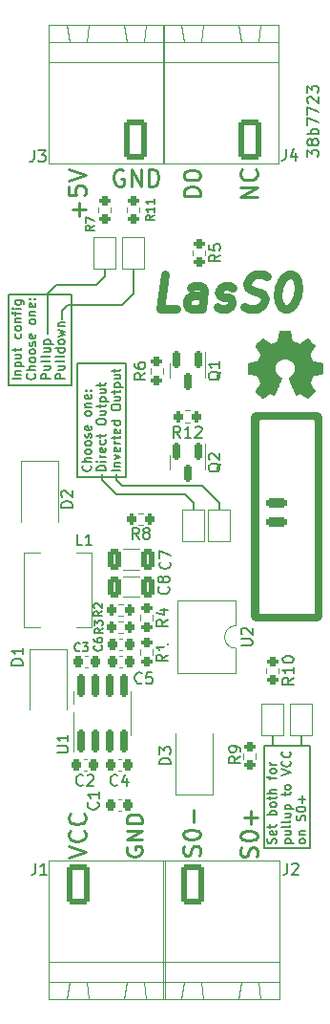
<source format=gto>
%TF.GenerationSoftware,KiCad,Pcbnew,(5.99.0-11096-g937f5138db)*%
%TF.CreationDate,2021-07-05T20:04:54+02:00*%
%TF.ProjectId,LasS0,4c617353-302e-46b6-9963-61645f706362,v0.1*%
%TF.SameCoordinates,Original*%
%TF.FileFunction,Legend,Top*%
%TF.FilePolarity,Positive*%
%FSLAX46Y46*%
G04 Gerber Fmt 4.6, Leading zero omitted, Abs format (unit mm)*
G04 Created by KiCad (PCBNEW (5.99.0-11096-g937f5138db)) date 2021-07-05 20:04:54*
%MOMM*%
%LPD*%
G01*
G04 APERTURE LIST*
G04 Aperture macros list*
%AMRoundRect*
0 Rectangle with rounded corners*
0 $1 Rounding radius*
0 $2 $3 $4 $5 $6 $7 $8 $9 X,Y pos of 4 corners*
0 Add a 4 corners polygon primitive as box body*
4,1,4,$2,$3,$4,$5,$6,$7,$8,$9,$2,$3,0*
0 Add four circle primitives for the rounded corners*
1,1,$1+$1,$2,$3*
1,1,$1+$1,$4,$5*
1,1,$1+$1,$6,$7*
1,1,$1+$1,$8,$9*
0 Add four rect primitives between the rounded corners*
20,1,$1+$1,$2,$3,$4,$5,0*
20,1,$1+$1,$4,$5,$6,$7,0*
20,1,$1+$1,$6,$7,$8,$9,0*
20,1,$1+$1,$8,$9,$2,$3,0*%
%AMFreePoly0*
4,1,6,1.000000,0.000000,0.500000,-0.750000,-0.500000,-0.750000,-0.500000,0.750000,0.500000,0.750000,1.000000,0.000000,1.000000,0.000000,$1*%
%AMFreePoly1*
4,1,6,0.500000,-0.750000,-0.650000,-0.750000,-0.150000,0.000000,-0.650000,0.750000,0.500000,0.750000,0.500000,-0.750000,0.500000,-0.750000,$1*%
G04 Aperture macros list end*
%ADD10C,0.150000*%
%ADD11C,0.250000*%
%ADD12C,0.750000*%
%ADD13C,0.120000*%
%ADD14C,0.010000*%
%ADD15C,1.000000*%
%ADD16RoundRect,0.200000X-0.275000X0.200000X-0.275000X-0.200000X0.275000X-0.200000X0.275000X0.200000X0*%
%ADD17RoundRect,0.249999X0.790001X1.550001X-0.790001X1.550001X-0.790001X-1.550001X0.790001X-1.550001X0*%
%ADD18O,2.080000X3.600000*%
%ADD19RoundRect,0.200000X0.200000X0.275000X-0.200000X0.275000X-0.200000X-0.275000X0.200000X-0.275000X0*%
%ADD20RoundRect,0.250000X-0.325000X-0.650000X0.325000X-0.650000X0.325000X0.650000X-0.325000X0.650000X0*%
%ADD21RoundRect,0.225000X-0.225000X-0.250000X0.225000X-0.250000X0.225000X0.250000X-0.225000X0.250000X0*%
%ADD22R,1.780000X2.000000*%
%ADD23FreePoly0,270.000000*%
%ADD24FreePoly1,270.000000*%
%ADD25R,1.800000X2.500000*%
%ADD26RoundRect,0.150000X-0.150000X0.587500X-0.150000X-0.587500X0.150000X-0.587500X0.150000X0.587500X0*%
%ADD27RoundRect,0.225000X0.225000X0.250000X-0.225000X0.250000X-0.225000X-0.250000X0.225000X-0.250000X0*%
%ADD28C,5.700000*%
%ADD29RoundRect,0.200000X0.275000X-0.200000X0.275000X0.200000X-0.275000X0.200000X-0.275000X-0.200000X0*%
%ADD30O,1.600000X1.600000*%
%ADD31C,1.600000*%
%ADD32RoundRect,0.225000X0.675000X-0.225000X0.675000X0.225000X-0.675000X0.225000X-0.675000X-0.225000X0*%
%ADD33RoundRect,0.200000X-0.200000X-0.275000X0.200000X-0.275000X0.200000X0.275000X-0.200000X0.275000X0*%
%ADD34RoundRect,0.249999X-0.790001X-1.550001X0.790001X-1.550001X0.790001X1.550001X-0.790001X1.550001X0*%
%ADD35R,3.000000X1.950000*%
%ADD36FreePoly0,90.000000*%
%ADD37FreePoly1,90.000000*%
%ADD38RoundRect,0.150000X0.150000X-0.825000X0.150000X0.825000X-0.150000X0.825000X-0.150000X-0.825000X0*%
%ADD39C,0.800000*%
G04 APERTURE END LIST*
D10*
X144782000Y-81612000D02*
X145798000Y-80596000D01*
X144274000Y-97106000D02*
X144782000Y-97614000D01*
X144274000Y-98376000D02*
X143004000Y-97106000D01*
X140845000Y-96852000D02*
X145163000Y-96852000D01*
X145163000Y-96852000D02*
X145163000Y-86819000D01*
X145163000Y-86819000D02*
X140845000Y-86819000D01*
X140845000Y-86819000D02*
X140845000Y-96852000D01*
X144782000Y-97614000D02*
X151894000Y-97614000D01*
X143258000Y-78440000D02*
X143258000Y-79072000D01*
X144274000Y-98376000D02*
X150370000Y-98376000D01*
X139956000Y-81612000D02*
X144782000Y-81612000D01*
X144274000Y-96598000D02*
X144274000Y-97106000D01*
X143258000Y-79072000D02*
X142496000Y-79834000D01*
X138940000Y-79834000D02*
X138178000Y-80596000D01*
X143004000Y-97106000D02*
X143004000Y-96598000D01*
X139448000Y-82120000D02*
X139956000Y-81612000D01*
X151894000Y-97614000D02*
X153418000Y-99138000D01*
X134749000Y-88724000D02*
X140337000Y-88724000D01*
X140337000Y-88724000D02*
X140337000Y-80723000D01*
X140337000Y-80723000D02*
X134749000Y-80723000D01*
X134749000Y-80723000D02*
X134749000Y-88724000D01*
X158162000Y-119738800D02*
X158162000Y-120701000D01*
X151132000Y-99770000D02*
X151132000Y-99138000D01*
X138178000Y-80596000D02*
X138178000Y-84152000D01*
X145798000Y-80596000D02*
X145798000Y-78440000D01*
X139448000Y-82882000D02*
X139448000Y-82120000D01*
X151132000Y-99138000D02*
X150370000Y-98376000D01*
X160702000Y-119738800D02*
X160702000Y-120701000D01*
X153418000Y-99138000D02*
X153418000Y-99770000D01*
X142496000Y-79834000D02*
X138940000Y-79834000D01*
X157400000Y-129718000D02*
X161464000Y-129718000D01*
X161464000Y-129718000D02*
X161464000Y-120701000D01*
X161464000Y-120701000D02*
X157400000Y-120701000D01*
X157400000Y-120701000D02*
X157400000Y-129718000D01*
D11*
X144909142Y-69686000D02*
X144766285Y-69614571D01*
X144552000Y-69614571D01*
X144337714Y-69686000D01*
X144194857Y-69828857D01*
X144123428Y-69971714D01*
X144052000Y-70257428D01*
X144052000Y-70471714D01*
X144123428Y-70757428D01*
X144194857Y-70900285D01*
X144337714Y-71043142D01*
X144552000Y-71114571D01*
X144694857Y-71114571D01*
X144909142Y-71043142D01*
X144980571Y-70971714D01*
X144980571Y-70471714D01*
X144694857Y-70471714D01*
X145623428Y-71114571D02*
X145623428Y-69614571D01*
X146480571Y-71114571D01*
X146480571Y-69614571D01*
X147194857Y-71114571D02*
X147194857Y-69614571D01*
X147552000Y-69614571D01*
X147766285Y-69686000D01*
X147909142Y-69828857D01*
X147980571Y-69971714D01*
X148052000Y-70257428D01*
X148052000Y-70471714D01*
X147980571Y-70757428D01*
X147909142Y-70900285D01*
X147766285Y-71043142D01*
X147552000Y-71114571D01*
X147194857Y-71114571D01*
X140068571Y-130575000D02*
X141568571Y-130075000D01*
X140068571Y-129575000D01*
X141425714Y-128217857D02*
X141497142Y-128289285D01*
X141568571Y-128503571D01*
X141568571Y-128646428D01*
X141497142Y-128860714D01*
X141354285Y-129003571D01*
X141211428Y-129075000D01*
X140925714Y-129146428D01*
X140711428Y-129146428D01*
X140425714Y-129075000D01*
X140282857Y-129003571D01*
X140140000Y-128860714D01*
X140068571Y-128646428D01*
X140068571Y-128503571D01*
X140140000Y-128289285D01*
X140211428Y-128217857D01*
X141425714Y-126717857D02*
X141497142Y-126789285D01*
X141568571Y-127003571D01*
X141568571Y-127146428D01*
X141497142Y-127360714D01*
X141354285Y-127503571D01*
X141211428Y-127575000D01*
X140925714Y-127646428D01*
X140711428Y-127646428D01*
X140425714Y-127575000D01*
X140282857Y-127503571D01*
X140140000Y-127360714D01*
X140068571Y-127146428D01*
X140068571Y-127003571D01*
X140140000Y-126789285D01*
X140211428Y-126717857D01*
D10*
X158467809Y-129341119D02*
X158505904Y-129226833D01*
X158505904Y-129036357D01*
X158467809Y-128960166D01*
X158429714Y-128922071D01*
X158353523Y-128883976D01*
X158277333Y-128883976D01*
X158201142Y-128922071D01*
X158163047Y-128960166D01*
X158124952Y-129036357D01*
X158086857Y-129188738D01*
X158048761Y-129264928D01*
X158010666Y-129303023D01*
X157934476Y-129341119D01*
X157858285Y-129341119D01*
X157782095Y-129303023D01*
X157744000Y-129264928D01*
X157705904Y-129188738D01*
X157705904Y-128998261D01*
X157744000Y-128883976D01*
X158467809Y-128236357D02*
X158505904Y-128312547D01*
X158505904Y-128464928D01*
X158467809Y-128541119D01*
X158391619Y-128579214D01*
X158086857Y-128579214D01*
X158010666Y-128541119D01*
X157972571Y-128464928D01*
X157972571Y-128312547D01*
X158010666Y-128236357D01*
X158086857Y-128198261D01*
X158163047Y-128198261D01*
X158239238Y-128579214D01*
X157972571Y-127969690D02*
X157972571Y-127664928D01*
X157705904Y-127855404D02*
X158391619Y-127855404D01*
X158467809Y-127817309D01*
X158505904Y-127741119D01*
X158505904Y-127664928D01*
X158505904Y-126788738D02*
X157705904Y-126788738D01*
X158010666Y-126788738D02*
X157972571Y-126712547D01*
X157972571Y-126560166D01*
X158010666Y-126483976D01*
X158048761Y-126445880D01*
X158124952Y-126407785D01*
X158353523Y-126407785D01*
X158429714Y-126445880D01*
X158467809Y-126483976D01*
X158505904Y-126560166D01*
X158505904Y-126712547D01*
X158467809Y-126788738D01*
X158505904Y-125950642D02*
X158467809Y-126026833D01*
X158429714Y-126064928D01*
X158353523Y-126103023D01*
X158124952Y-126103023D01*
X158048761Y-126064928D01*
X158010666Y-126026833D01*
X157972571Y-125950642D01*
X157972571Y-125836357D01*
X158010666Y-125760166D01*
X158048761Y-125722071D01*
X158124952Y-125683976D01*
X158353523Y-125683976D01*
X158429714Y-125722071D01*
X158467809Y-125760166D01*
X158505904Y-125836357D01*
X158505904Y-125950642D01*
X157972571Y-125455404D02*
X157972571Y-125150642D01*
X157705904Y-125341119D02*
X158391619Y-125341119D01*
X158467809Y-125303023D01*
X158505904Y-125226833D01*
X158505904Y-125150642D01*
X158505904Y-124883976D02*
X157705904Y-124883976D01*
X158505904Y-124541119D02*
X158086857Y-124541119D01*
X158010666Y-124579214D01*
X157972571Y-124655404D01*
X157972571Y-124769690D01*
X158010666Y-124845880D01*
X158048761Y-124883976D01*
X157972571Y-123664928D02*
X157972571Y-123360166D01*
X158505904Y-123550642D02*
X157820190Y-123550642D01*
X157744000Y-123512547D01*
X157705904Y-123436357D01*
X157705904Y-123360166D01*
X158505904Y-122979214D02*
X158467809Y-123055404D01*
X158429714Y-123093500D01*
X158353523Y-123131595D01*
X158124952Y-123131595D01*
X158048761Y-123093500D01*
X158010666Y-123055404D01*
X157972571Y-122979214D01*
X157972571Y-122864928D01*
X158010666Y-122788738D01*
X158048761Y-122750642D01*
X158124952Y-122712547D01*
X158353523Y-122712547D01*
X158429714Y-122750642D01*
X158467809Y-122788738D01*
X158505904Y-122864928D01*
X158505904Y-122979214D01*
X158505904Y-122369690D02*
X157972571Y-122369690D01*
X158124952Y-122369690D02*
X158048761Y-122331595D01*
X158010666Y-122293500D01*
X157972571Y-122217309D01*
X157972571Y-122141119D01*
X159260571Y-129303023D02*
X160060571Y-129303023D01*
X159298666Y-129303023D02*
X159260571Y-129226833D01*
X159260571Y-129074452D01*
X159298666Y-128998261D01*
X159336761Y-128960166D01*
X159412952Y-128922071D01*
X159641523Y-128922071D01*
X159717714Y-128960166D01*
X159755809Y-128998261D01*
X159793904Y-129074452D01*
X159793904Y-129226833D01*
X159755809Y-129303023D01*
X159260571Y-128236357D02*
X159793904Y-128236357D01*
X159260571Y-128579214D02*
X159679619Y-128579214D01*
X159755809Y-128541119D01*
X159793904Y-128464928D01*
X159793904Y-128350642D01*
X159755809Y-128274452D01*
X159717714Y-128236357D01*
X159793904Y-127741119D02*
X159755809Y-127817309D01*
X159679619Y-127855404D01*
X158993904Y-127855404D01*
X159793904Y-127322071D02*
X159755809Y-127398261D01*
X159679619Y-127436357D01*
X158993904Y-127436357D01*
X159260571Y-126674452D02*
X159793904Y-126674452D01*
X159260571Y-127017309D02*
X159679619Y-127017309D01*
X159755809Y-126979214D01*
X159793904Y-126903023D01*
X159793904Y-126788738D01*
X159755809Y-126712547D01*
X159717714Y-126674452D01*
X159260571Y-126293500D02*
X160060571Y-126293500D01*
X159298666Y-126293500D02*
X159260571Y-126217309D01*
X159260571Y-126064928D01*
X159298666Y-125988738D01*
X159336761Y-125950642D01*
X159412952Y-125912547D01*
X159641523Y-125912547D01*
X159717714Y-125950642D01*
X159755809Y-125988738D01*
X159793904Y-126064928D01*
X159793904Y-126217309D01*
X159755809Y-126293500D01*
X159260571Y-125074452D02*
X159260571Y-124769690D01*
X158993904Y-124960166D02*
X159679619Y-124960166D01*
X159755809Y-124922071D01*
X159793904Y-124845880D01*
X159793904Y-124769690D01*
X159793904Y-124388738D02*
X159755809Y-124464928D01*
X159717714Y-124503023D01*
X159641523Y-124541119D01*
X159412952Y-124541119D01*
X159336761Y-124503023D01*
X159298666Y-124464928D01*
X159260571Y-124388738D01*
X159260571Y-124274452D01*
X159298666Y-124198261D01*
X159336761Y-124160166D01*
X159412952Y-124122071D01*
X159641523Y-124122071D01*
X159717714Y-124160166D01*
X159755809Y-124198261D01*
X159793904Y-124274452D01*
X159793904Y-124388738D01*
X158993904Y-123283976D02*
X159793904Y-123017309D01*
X158993904Y-122750642D01*
X159717714Y-122026833D02*
X159755809Y-122064928D01*
X159793904Y-122179214D01*
X159793904Y-122255404D01*
X159755809Y-122369690D01*
X159679619Y-122445880D01*
X159603428Y-122483976D01*
X159451047Y-122522071D01*
X159336761Y-122522071D01*
X159184380Y-122483976D01*
X159108190Y-122445880D01*
X159032000Y-122369690D01*
X158993904Y-122255404D01*
X158993904Y-122179214D01*
X159032000Y-122064928D01*
X159070095Y-122026833D01*
X159717714Y-121226833D02*
X159755809Y-121264928D01*
X159793904Y-121379214D01*
X159793904Y-121455404D01*
X159755809Y-121569690D01*
X159679619Y-121645880D01*
X159603428Y-121683976D01*
X159451047Y-121722071D01*
X159336761Y-121722071D01*
X159184380Y-121683976D01*
X159108190Y-121645880D01*
X159032000Y-121569690D01*
X158993904Y-121455404D01*
X158993904Y-121379214D01*
X159032000Y-121264928D01*
X159070095Y-121226833D01*
X161081904Y-129188738D02*
X161043809Y-129264928D01*
X161005714Y-129303023D01*
X160929523Y-129341119D01*
X160700952Y-129341119D01*
X160624761Y-129303023D01*
X160586666Y-129264928D01*
X160548571Y-129188738D01*
X160548571Y-129074452D01*
X160586666Y-128998261D01*
X160624761Y-128960166D01*
X160700952Y-128922071D01*
X160929523Y-128922071D01*
X161005714Y-128960166D01*
X161043809Y-128998261D01*
X161081904Y-129074452D01*
X161081904Y-129188738D01*
X160548571Y-128579214D02*
X161081904Y-128579214D01*
X160624761Y-128579214D02*
X160586666Y-128541119D01*
X160548571Y-128464928D01*
X160548571Y-128350642D01*
X160586666Y-128274452D01*
X160662857Y-128236357D01*
X161081904Y-128236357D01*
X161043809Y-127283976D02*
X161081904Y-127169690D01*
X161081904Y-126979214D01*
X161043809Y-126903023D01*
X161005714Y-126864928D01*
X160929523Y-126826833D01*
X160853333Y-126826833D01*
X160777142Y-126864928D01*
X160739047Y-126903023D01*
X160700952Y-126979214D01*
X160662857Y-127131595D01*
X160624761Y-127207785D01*
X160586666Y-127245880D01*
X160510476Y-127283976D01*
X160434285Y-127283976D01*
X160358095Y-127245880D01*
X160320000Y-127207785D01*
X160281904Y-127131595D01*
X160281904Y-126941119D01*
X160320000Y-126826833D01*
X160281904Y-126331595D02*
X160281904Y-126255404D01*
X160320000Y-126179214D01*
X160358095Y-126141119D01*
X160434285Y-126103023D01*
X160586666Y-126064928D01*
X160777142Y-126064928D01*
X160929523Y-126103023D01*
X161005714Y-126141119D01*
X161043809Y-126179214D01*
X161081904Y-126255404D01*
X161081904Y-126331595D01*
X161043809Y-126407785D01*
X161005714Y-126445880D01*
X160929523Y-126483976D01*
X160777142Y-126522071D01*
X160586666Y-126522071D01*
X160434285Y-126483976D01*
X160358095Y-126445880D01*
X160320000Y-126407785D01*
X160281904Y-126331595D01*
X160777142Y-125722071D02*
X160777142Y-125112547D01*
X161081904Y-125417309D02*
X160472380Y-125417309D01*
X142001714Y-95852880D02*
X142039809Y-95890976D01*
X142077904Y-96005261D01*
X142077904Y-96081452D01*
X142039809Y-96195738D01*
X141963619Y-96271928D01*
X141887428Y-96310023D01*
X141735047Y-96348119D01*
X141620761Y-96348119D01*
X141468380Y-96310023D01*
X141392190Y-96271928D01*
X141316000Y-96195738D01*
X141277904Y-96081452D01*
X141277904Y-96005261D01*
X141316000Y-95890976D01*
X141354095Y-95852880D01*
X142077904Y-95510023D02*
X141277904Y-95510023D01*
X142077904Y-95167166D02*
X141658857Y-95167166D01*
X141582666Y-95205261D01*
X141544571Y-95281452D01*
X141544571Y-95395738D01*
X141582666Y-95471928D01*
X141620761Y-95510023D01*
X142077904Y-94671928D02*
X142039809Y-94748119D01*
X142001714Y-94786214D01*
X141925523Y-94824309D01*
X141696952Y-94824309D01*
X141620761Y-94786214D01*
X141582666Y-94748119D01*
X141544571Y-94671928D01*
X141544571Y-94557642D01*
X141582666Y-94481452D01*
X141620761Y-94443357D01*
X141696952Y-94405261D01*
X141925523Y-94405261D01*
X142001714Y-94443357D01*
X142039809Y-94481452D01*
X142077904Y-94557642D01*
X142077904Y-94671928D01*
X142077904Y-93948119D02*
X142039809Y-94024309D01*
X142001714Y-94062404D01*
X141925523Y-94100500D01*
X141696952Y-94100500D01*
X141620761Y-94062404D01*
X141582666Y-94024309D01*
X141544571Y-93948119D01*
X141544571Y-93833833D01*
X141582666Y-93757642D01*
X141620761Y-93719547D01*
X141696952Y-93681452D01*
X141925523Y-93681452D01*
X142001714Y-93719547D01*
X142039809Y-93757642D01*
X142077904Y-93833833D01*
X142077904Y-93948119D01*
X142039809Y-93376690D02*
X142077904Y-93300500D01*
X142077904Y-93148119D01*
X142039809Y-93071928D01*
X141963619Y-93033833D01*
X141925523Y-93033833D01*
X141849333Y-93071928D01*
X141811238Y-93148119D01*
X141811238Y-93262404D01*
X141773142Y-93338595D01*
X141696952Y-93376690D01*
X141658857Y-93376690D01*
X141582666Y-93338595D01*
X141544571Y-93262404D01*
X141544571Y-93148119D01*
X141582666Y-93071928D01*
X142039809Y-92386214D02*
X142077904Y-92462404D01*
X142077904Y-92614785D01*
X142039809Y-92690976D01*
X141963619Y-92729071D01*
X141658857Y-92729071D01*
X141582666Y-92690976D01*
X141544571Y-92614785D01*
X141544571Y-92462404D01*
X141582666Y-92386214D01*
X141658857Y-92348119D01*
X141735047Y-92348119D01*
X141811238Y-92729071D01*
X142077904Y-91281452D02*
X142039809Y-91357642D01*
X142001714Y-91395738D01*
X141925523Y-91433833D01*
X141696952Y-91433833D01*
X141620761Y-91395738D01*
X141582666Y-91357642D01*
X141544571Y-91281452D01*
X141544571Y-91167166D01*
X141582666Y-91090976D01*
X141620761Y-91052880D01*
X141696952Y-91014785D01*
X141925523Y-91014785D01*
X142001714Y-91052880D01*
X142039809Y-91090976D01*
X142077904Y-91167166D01*
X142077904Y-91281452D01*
X141544571Y-90671928D02*
X142077904Y-90671928D01*
X141620761Y-90671928D02*
X141582666Y-90633833D01*
X141544571Y-90557642D01*
X141544571Y-90443357D01*
X141582666Y-90367166D01*
X141658857Y-90329071D01*
X142077904Y-90329071D01*
X142039809Y-89643357D02*
X142077904Y-89719547D01*
X142077904Y-89871928D01*
X142039809Y-89948119D01*
X141963619Y-89986214D01*
X141658857Y-89986214D01*
X141582666Y-89948119D01*
X141544571Y-89871928D01*
X141544571Y-89719547D01*
X141582666Y-89643357D01*
X141658857Y-89605261D01*
X141735047Y-89605261D01*
X141811238Y-89986214D01*
X142001714Y-89262404D02*
X142039809Y-89224309D01*
X142077904Y-89262404D01*
X142039809Y-89300500D01*
X142001714Y-89262404D01*
X142077904Y-89262404D01*
X141582666Y-89262404D02*
X141620761Y-89224309D01*
X141658857Y-89262404D01*
X141620761Y-89300500D01*
X141582666Y-89262404D01*
X141658857Y-89262404D01*
X143365904Y-96310023D02*
X142565904Y-96310023D01*
X142565904Y-96119547D01*
X142604000Y-96005261D01*
X142680190Y-95929071D01*
X142756380Y-95890976D01*
X142908761Y-95852880D01*
X143023047Y-95852880D01*
X143175428Y-95890976D01*
X143251619Y-95929071D01*
X143327809Y-96005261D01*
X143365904Y-96119547D01*
X143365904Y-96310023D01*
X143365904Y-95510023D02*
X142832571Y-95510023D01*
X142565904Y-95510023D02*
X142604000Y-95548119D01*
X142642095Y-95510023D01*
X142604000Y-95471928D01*
X142565904Y-95510023D01*
X142642095Y-95510023D01*
X143365904Y-95129071D02*
X142832571Y-95129071D01*
X142984952Y-95129071D02*
X142908761Y-95090976D01*
X142870666Y-95052880D01*
X142832571Y-94976690D01*
X142832571Y-94900500D01*
X143327809Y-94329071D02*
X143365904Y-94405261D01*
X143365904Y-94557642D01*
X143327809Y-94633833D01*
X143251619Y-94671928D01*
X142946857Y-94671928D01*
X142870666Y-94633833D01*
X142832571Y-94557642D01*
X142832571Y-94405261D01*
X142870666Y-94329071D01*
X142946857Y-94290976D01*
X143023047Y-94290976D01*
X143099238Y-94671928D01*
X143327809Y-93605261D02*
X143365904Y-93681452D01*
X143365904Y-93833833D01*
X143327809Y-93910023D01*
X143289714Y-93948119D01*
X143213523Y-93986214D01*
X142984952Y-93986214D01*
X142908761Y-93948119D01*
X142870666Y-93910023D01*
X142832571Y-93833833D01*
X142832571Y-93681452D01*
X142870666Y-93605261D01*
X142832571Y-93376690D02*
X142832571Y-93071928D01*
X142565904Y-93262404D02*
X143251619Y-93262404D01*
X143327809Y-93224309D01*
X143365904Y-93148119D01*
X143365904Y-93071928D01*
X142565904Y-92043357D02*
X142565904Y-91890976D01*
X142604000Y-91814785D01*
X142680190Y-91738595D01*
X142832571Y-91700500D01*
X143099238Y-91700500D01*
X143251619Y-91738595D01*
X143327809Y-91814785D01*
X143365904Y-91890976D01*
X143365904Y-92043357D01*
X143327809Y-92119547D01*
X143251619Y-92195738D01*
X143099238Y-92233833D01*
X142832571Y-92233833D01*
X142680190Y-92195738D01*
X142604000Y-92119547D01*
X142565904Y-92043357D01*
X142832571Y-91014785D02*
X143365904Y-91014785D01*
X142832571Y-91357642D02*
X143251619Y-91357642D01*
X143327809Y-91319547D01*
X143365904Y-91243357D01*
X143365904Y-91129071D01*
X143327809Y-91052880D01*
X143289714Y-91014785D01*
X142832571Y-90748119D02*
X142832571Y-90443357D01*
X142565904Y-90633833D02*
X143251619Y-90633833D01*
X143327809Y-90595738D01*
X143365904Y-90519547D01*
X143365904Y-90443357D01*
X142832571Y-90176690D02*
X143632571Y-90176690D01*
X142870666Y-90176690D02*
X142832571Y-90100500D01*
X142832571Y-89948119D01*
X142870666Y-89871928D01*
X142908761Y-89833833D01*
X142984952Y-89795738D01*
X143213523Y-89795738D01*
X143289714Y-89833833D01*
X143327809Y-89871928D01*
X143365904Y-89948119D01*
X143365904Y-90100500D01*
X143327809Y-90176690D01*
X142832571Y-89110023D02*
X143365904Y-89110023D01*
X142832571Y-89452880D02*
X143251619Y-89452880D01*
X143327809Y-89414785D01*
X143365904Y-89338595D01*
X143365904Y-89224309D01*
X143327809Y-89148119D01*
X143289714Y-89110023D01*
X142832571Y-88843357D02*
X142832571Y-88538595D01*
X142565904Y-88729071D02*
X143251619Y-88729071D01*
X143327809Y-88690976D01*
X143365904Y-88614785D01*
X143365904Y-88538595D01*
X144653904Y-96310023D02*
X143853904Y-96310023D01*
X144120571Y-95929071D02*
X144653904Y-95929071D01*
X144196761Y-95929071D02*
X144158666Y-95890976D01*
X144120571Y-95814785D01*
X144120571Y-95700500D01*
X144158666Y-95624309D01*
X144234857Y-95586214D01*
X144653904Y-95586214D01*
X144120571Y-95281452D02*
X144653904Y-95090976D01*
X144120571Y-94900500D01*
X144615809Y-94290976D02*
X144653904Y-94367166D01*
X144653904Y-94519547D01*
X144615809Y-94595738D01*
X144539619Y-94633833D01*
X144234857Y-94633833D01*
X144158666Y-94595738D01*
X144120571Y-94519547D01*
X144120571Y-94367166D01*
X144158666Y-94290976D01*
X144234857Y-94252880D01*
X144311047Y-94252880D01*
X144387238Y-94633833D01*
X144653904Y-93910023D02*
X144120571Y-93910023D01*
X144272952Y-93910023D02*
X144196761Y-93871928D01*
X144158666Y-93833833D01*
X144120571Y-93757642D01*
X144120571Y-93681452D01*
X144120571Y-93529071D02*
X144120571Y-93224309D01*
X143853904Y-93414785D02*
X144539619Y-93414785D01*
X144615809Y-93376690D01*
X144653904Y-93300500D01*
X144653904Y-93224309D01*
X144615809Y-92652880D02*
X144653904Y-92729071D01*
X144653904Y-92881452D01*
X144615809Y-92957642D01*
X144539619Y-92995738D01*
X144234857Y-92995738D01*
X144158666Y-92957642D01*
X144120571Y-92881452D01*
X144120571Y-92729071D01*
X144158666Y-92652880D01*
X144234857Y-92614785D01*
X144311047Y-92614785D01*
X144387238Y-92995738D01*
X144653904Y-91929071D02*
X143853904Y-91929071D01*
X144615809Y-91929071D02*
X144653904Y-92005261D01*
X144653904Y-92157642D01*
X144615809Y-92233833D01*
X144577714Y-92271928D01*
X144501523Y-92310023D01*
X144272952Y-92310023D01*
X144196761Y-92271928D01*
X144158666Y-92233833D01*
X144120571Y-92157642D01*
X144120571Y-92005261D01*
X144158666Y-91929071D01*
X143853904Y-90786214D02*
X143853904Y-90633833D01*
X143892000Y-90557642D01*
X143968190Y-90481452D01*
X144120571Y-90443357D01*
X144387238Y-90443357D01*
X144539619Y-90481452D01*
X144615809Y-90557642D01*
X144653904Y-90633833D01*
X144653904Y-90786214D01*
X144615809Y-90862404D01*
X144539619Y-90938595D01*
X144387238Y-90976690D01*
X144120571Y-90976690D01*
X143968190Y-90938595D01*
X143892000Y-90862404D01*
X143853904Y-90786214D01*
X144120571Y-89757642D02*
X144653904Y-89757642D01*
X144120571Y-90100500D02*
X144539619Y-90100500D01*
X144615809Y-90062404D01*
X144653904Y-89986214D01*
X144653904Y-89871928D01*
X144615809Y-89795738D01*
X144577714Y-89757642D01*
X144120571Y-89490976D02*
X144120571Y-89186214D01*
X143853904Y-89376690D02*
X144539619Y-89376690D01*
X144615809Y-89338595D01*
X144653904Y-89262404D01*
X144653904Y-89186214D01*
X144120571Y-88919547D02*
X144920571Y-88919547D01*
X144158666Y-88919547D02*
X144120571Y-88843357D01*
X144120571Y-88690976D01*
X144158666Y-88614785D01*
X144196761Y-88576690D01*
X144272952Y-88538595D01*
X144501523Y-88538595D01*
X144577714Y-88576690D01*
X144615809Y-88614785D01*
X144653904Y-88690976D01*
X144653904Y-88843357D01*
X144615809Y-88919547D01*
X144120571Y-87852880D02*
X144653904Y-87852880D01*
X144120571Y-88195738D02*
X144539619Y-88195738D01*
X144615809Y-88157642D01*
X144653904Y-88081452D01*
X144653904Y-87967166D01*
X144615809Y-87890976D01*
X144577714Y-87852880D01*
X144120571Y-87586214D02*
X144120571Y-87281452D01*
X143853904Y-87471928D02*
X144539619Y-87471928D01*
X144615809Y-87433833D01*
X144653904Y-87357642D01*
X144653904Y-87281452D01*
D11*
X151779371Y-72024142D02*
X150279371Y-72024142D01*
X150279371Y-71667000D01*
X150350800Y-71452714D01*
X150493657Y-71309857D01*
X150636514Y-71238428D01*
X150922228Y-71167000D01*
X151136514Y-71167000D01*
X151422228Y-71238428D01*
X151565085Y-71309857D01*
X151707942Y-71452714D01*
X151779371Y-71667000D01*
X151779371Y-72024142D01*
X150279371Y-70238428D02*
X150279371Y-70095571D01*
X150350800Y-69952714D01*
X150422228Y-69881285D01*
X150565085Y-69809857D01*
X150850800Y-69738428D01*
X151207942Y-69738428D01*
X151493657Y-69809857D01*
X151636514Y-69881285D01*
X151707942Y-69952714D01*
X151779371Y-70095571D01*
X151779371Y-70238428D01*
X151707942Y-70381285D01*
X151636514Y-70452714D01*
X151493657Y-70524142D01*
X151207942Y-70595571D01*
X150850800Y-70595571D01*
X150565085Y-70524142D01*
X150422228Y-70452714D01*
X150350800Y-70381285D01*
X150279371Y-70238428D01*
D10*
X135845904Y-88182023D02*
X135045904Y-88182023D01*
X135312571Y-87801071D02*
X135845904Y-87801071D01*
X135388761Y-87801071D02*
X135350666Y-87762976D01*
X135312571Y-87686785D01*
X135312571Y-87572500D01*
X135350666Y-87496309D01*
X135426857Y-87458214D01*
X135845904Y-87458214D01*
X135312571Y-87077261D02*
X136112571Y-87077261D01*
X135350666Y-87077261D02*
X135312571Y-87001071D01*
X135312571Y-86848690D01*
X135350666Y-86772500D01*
X135388761Y-86734404D01*
X135464952Y-86696309D01*
X135693523Y-86696309D01*
X135769714Y-86734404D01*
X135807809Y-86772500D01*
X135845904Y-86848690D01*
X135845904Y-87001071D01*
X135807809Y-87077261D01*
X135312571Y-86010595D02*
X135845904Y-86010595D01*
X135312571Y-86353452D02*
X135731619Y-86353452D01*
X135807809Y-86315357D01*
X135845904Y-86239166D01*
X135845904Y-86124880D01*
X135807809Y-86048690D01*
X135769714Y-86010595D01*
X135312571Y-85743928D02*
X135312571Y-85439166D01*
X135045904Y-85629642D02*
X135731619Y-85629642D01*
X135807809Y-85591547D01*
X135845904Y-85515357D01*
X135845904Y-85439166D01*
X135807809Y-84220119D02*
X135845904Y-84296309D01*
X135845904Y-84448690D01*
X135807809Y-84524880D01*
X135769714Y-84562976D01*
X135693523Y-84601071D01*
X135464952Y-84601071D01*
X135388761Y-84562976D01*
X135350666Y-84524880D01*
X135312571Y-84448690D01*
X135312571Y-84296309D01*
X135350666Y-84220119D01*
X135845904Y-83762976D02*
X135807809Y-83839166D01*
X135769714Y-83877261D01*
X135693523Y-83915357D01*
X135464952Y-83915357D01*
X135388761Y-83877261D01*
X135350666Y-83839166D01*
X135312571Y-83762976D01*
X135312571Y-83648690D01*
X135350666Y-83572500D01*
X135388761Y-83534404D01*
X135464952Y-83496309D01*
X135693523Y-83496309D01*
X135769714Y-83534404D01*
X135807809Y-83572500D01*
X135845904Y-83648690D01*
X135845904Y-83762976D01*
X135312571Y-83153452D02*
X135845904Y-83153452D01*
X135388761Y-83153452D02*
X135350666Y-83115357D01*
X135312571Y-83039166D01*
X135312571Y-82924880D01*
X135350666Y-82848690D01*
X135426857Y-82810595D01*
X135845904Y-82810595D01*
X135312571Y-82543928D02*
X135312571Y-82239166D01*
X135845904Y-82429642D02*
X135160190Y-82429642D01*
X135084000Y-82391547D01*
X135045904Y-82315357D01*
X135045904Y-82239166D01*
X135845904Y-81972500D02*
X135312571Y-81972500D01*
X135045904Y-81972500D02*
X135084000Y-82010595D01*
X135122095Y-81972500D01*
X135084000Y-81934404D01*
X135045904Y-81972500D01*
X135122095Y-81972500D01*
X135312571Y-81248690D02*
X135960190Y-81248690D01*
X136036380Y-81286785D01*
X136074476Y-81324880D01*
X136112571Y-81401071D01*
X136112571Y-81515357D01*
X136074476Y-81591547D01*
X135807809Y-81248690D02*
X135845904Y-81324880D01*
X135845904Y-81477261D01*
X135807809Y-81553452D01*
X135769714Y-81591547D01*
X135693523Y-81629642D01*
X135464952Y-81629642D01*
X135388761Y-81591547D01*
X135350666Y-81553452D01*
X135312571Y-81477261D01*
X135312571Y-81324880D01*
X135350666Y-81248690D01*
X137057714Y-87724880D02*
X137095809Y-87762976D01*
X137133904Y-87877261D01*
X137133904Y-87953452D01*
X137095809Y-88067738D01*
X137019619Y-88143928D01*
X136943428Y-88182023D01*
X136791047Y-88220119D01*
X136676761Y-88220119D01*
X136524380Y-88182023D01*
X136448190Y-88143928D01*
X136372000Y-88067738D01*
X136333904Y-87953452D01*
X136333904Y-87877261D01*
X136372000Y-87762976D01*
X136410095Y-87724880D01*
X137133904Y-87382023D02*
X136333904Y-87382023D01*
X137133904Y-87039166D02*
X136714857Y-87039166D01*
X136638666Y-87077261D01*
X136600571Y-87153452D01*
X136600571Y-87267738D01*
X136638666Y-87343928D01*
X136676761Y-87382023D01*
X137133904Y-86543928D02*
X137095809Y-86620119D01*
X137057714Y-86658214D01*
X136981523Y-86696309D01*
X136752952Y-86696309D01*
X136676761Y-86658214D01*
X136638666Y-86620119D01*
X136600571Y-86543928D01*
X136600571Y-86429642D01*
X136638666Y-86353452D01*
X136676761Y-86315357D01*
X136752952Y-86277261D01*
X136981523Y-86277261D01*
X137057714Y-86315357D01*
X137095809Y-86353452D01*
X137133904Y-86429642D01*
X137133904Y-86543928D01*
X137133904Y-85820119D02*
X137095809Y-85896309D01*
X137057714Y-85934404D01*
X136981523Y-85972500D01*
X136752952Y-85972500D01*
X136676761Y-85934404D01*
X136638666Y-85896309D01*
X136600571Y-85820119D01*
X136600571Y-85705833D01*
X136638666Y-85629642D01*
X136676761Y-85591547D01*
X136752952Y-85553452D01*
X136981523Y-85553452D01*
X137057714Y-85591547D01*
X137095809Y-85629642D01*
X137133904Y-85705833D01*
X137133904Y-85820119D01*
X137095809Y-85248690D02*
X137133904Y-85172500D01*
X137133904Y-85020119D01*
X137095809Y-84943928D01*
X137019619Y-84905833D01*
X136981523Y-84905833D01*
X136905333Y-84943928D01*
X136867238Y-85020119D01*
X136867238Y-85134404D01*
X136829142Y-85210595D01*
X136752952Y-85248690D01*
X136714857Y-85248690D01*
X136638666Y-85210595D01*
X136600571Y-85134404D01*
X136600571Y-85020119D01*
X136638666Y-84943928D01*
X137095809Y-84258214D02*
X137133904Y-84334404D01*
X137133904Y-84486785D01*
X137095809Y-84562976D01*
X137019619Y-84601071D01*
X136714857Y-84601071D01*
X136638666Y-84562976D01*
X136600571Y-84486785D01*
X136600571Y-84334404D01*
X136638666Y-84258214D01*
X136714857Y-84220119D01*
X136791047Y-84220119D01*
X136867238Y-84601071D01*
X137133904Y-83153452D02*
X137095809Y-83229642D01*
X137057714Y-83267738D01*
X136981523Y-83305833D01*
X136752952Y-83305833D01*
X136676761Y-83267738D01*
X136638666Y-83229642D01*
X136600571Y-83153452D01*
X136600571Y-83039166D01*
X136638666Y-82962976D01*
X136676761Y-82924880D01*
X136752952Y-82886785D01*
X136981523Y-82886785D01*
X137057714Y-82924880D01*
X137095809Y-82962976D01*
X137133904Y-83039166D01*
X137133904Y-83153452D01*
X136600571Y-82543928D02*
X137133904Y-82543928D01*
X136676761Y-82543928D02*
X136638666Y-82505833D01*
X136600571Y-82429642D01*
X136600571Y-82315357D01*
X136638666Y-82239166D01*
X136714857Y-82201071D01*
X137133904Y-82201071D01*
X137095809Y-81515357D02*
X137133904Y-81591547D01*
X137133904Y-81743928D01*
X137095809Y-81820119D01*
X137019619Y-81858214D01*
X136714857Y-81858214D01*
X136638666Y-81820119D01*
X136600571Y-81743928D01*
X136600571Y-81591547D01*
X136638666Y-81515357D01*
X136714857Y-81477261D01*
X136791047Y-81477261D01*
X136867238Y-81858214D01*
X137057714Y-81134404D02*
X137095809Y-81096309D01*
X137133904Y-81134404D01*
X137095809Y-81172500D01*
X137057714Y-81134404D01*
X137133904Y-81134404D01*
X136638666Y-81134404D02*
X136676761Y-81096309D01*
X136714857Y-81134404D01*
X136676761Y-81172500D01*
X136638666Y-81134404D01*
X136714857Y-81134404D01*
X138421904Y-88182023D02*
X137621904Y-88182023D01*
X137621904Y-87877261D01*
X137660000Y-87801071D01*
X137698095Y-87762976D01*
X137774285Y-87724880D01*
X137888571Y-87724880D01*
X137964761Y-87762976D01*
X138002857Y-87801071D01*
X138040952Y-87877261D01*
X138040952Y-88182023D01*
X137888571Y-87039166D02*
X138421904Y-87039166D01*
X137888571Y-87382023D02*
X138307619Y-87382023D01*
X138383809Y-87343928D01*
X138421904Y-87267738D01*
X138421904Y-87153452D01*
X138383809Y-87077261D01*
X138345714Y-87039166D01*
X138421904Y-86543928D02*
X138383809Y-86620119D01*
X138307619Y-86658214D01*
X137621904Y-86658214D01*
X138421904Y-86124880D02*
X138383809Y-86201071D01*
X138307619Y-86239166D01*
X137621904Y-86239166D01*
X137888571Y-85477261D02*
X138421904Y-85477261D01*
X137888571Y-85820119D02*
X138307619Y-85820119D01*
X138383809Y-85782023D01*
X138421904Y-85705833D01*
X138421904Y-85591547D01*
X138383809Y-85515357D01*
X138345714Y-85477261D01*
X137888571Y-85096309D02*
X138688571Y-85096309D01*
X137926666Y-85096309D02*
X137888571Y-85020119D01*
X137888571Y-84867738D01*
X137926666Y-84791547D01*
X137964761Y-84753452D01*
X138040952Y-84715357D01*
X138269523Y-84715357D01*
X138345714Y-84753452D01*
X138383809Y-84791547D01*
X138421904Y-84867738D01*
X138421904Y-85020119D01*
X138383809Y-85096309D01*
X139709904Y-88182023D02*
X138909904Y-88182023D01*
X138909904Y-87877261D01*
X138948000Y-87801071D01*
X138986095Y-87762976D01*
X139062285Y-87724880D01*
X139176571Y-87724880D01*
X139252761Y-87762976D01*
X139290857Y-87801071D01*
X139328952Y-87877261D01*
X139328952Y-88182023D01*
X139176571Y-87039166D02*
X139709904Y-87039166D01*
X139176571Y-87382023D02*
X139595619Y-87382023D01*
X139671809Y-87343928D01*
X139709904Y-87267738D01*
X139709904Y-87153452D01*
X139671809Y-87077261D01*
X139633714Y-87039166D01*
X139709904Y-86543928D02*
X139671809Y-86620119D01*
X139595619Y-86658214D01*
X138909904Y-86658214D01*
X139709904Y-86124880D02*
X139671809Y-86201071D01*
X139595619Y-86239166D01*
X138909904Y-86239166D01*
X139709904Y-85477261D02*
X138909904Y-85477261D01*
X139671809Y-85477261D02*
X139709904Y-85553452D01*
X139709904Y-85705833D01*
X139671809Y-85782023D01*
X139633714Y-85820119D01*
X139557523Y-85858214D01*
X139328952Y-85858214D01*
X139252761Y-85820119D01*
X139214666Y-85782023D01*
X139176571Y-85705833D01*
X139176571Y-85553452D01*
X139214666Y-85477261D01*
X139709904Y-84982023D02*
X139671809Y-85058214D01*
X139633714Y-85096309D01*
X139557523Y-85134404D01*
X139328952Y-85134404D01*
X139252761Y-85096309D01*
X139214666Y-85058214D01*
X139176571Y-84982023D01*
X139176571Y-84867738D01*
X139214666Y-84791547D01*
X139252761Y-84753452D01*
X139328952Y-84715357D01*
X139557523Y-84715357D01*
X139633714Y-84753452D01*
X139671809Y-84791547D01*
X139709904Y-84867738D01*
X139709904Y-84982023D01*
X139176571Y-84448690D02*
X139709904Y-84296309D01*
X139328952Y-84143928D01*
X139709904Y-83991547D01*
X139176571Y-83839166D01*
X139176571Y-83534404D02*
X139709904Y-83534404D01*
X139252761Y-83534404D02*
X139214666Y-83496309D01*
X139176571Y-83420119D01*
X139176571Y-83305833D01*
X139214666Y-83229642D01*
X139290857Y-83191547D01*
X139709904Y-83191547D01*
D11*
X156808571Y-72095571D02*
X155308571Y-72095571D01*
X156808571Y-71238428D01*
X155308571Y-71238428D01*
X156665714Y-69667000D02*
X156737142Y-69738428D01*
X156808571Y-69952714D01*
X156808571Y-70095571D01*
X156737142Y-70309857D01*
X156594285Y-70452714D01*
X156451428Y-70524142D01*
X156165714Y-70595571D01*
X155951428Y-70595571D01*
X155665714Y-70524142D01*
X155522857Y-70452714D01*
X155380000Y-70309857D01*
X155308571Y-70095571D01*
X155308571Y-69952714D01*
X155380000Y-69738428D01*
X155451428Y-69667000D01*
X140997142Y-73734571D02*
X140997142Y-72591714D01*
X141568571Y-73163142D02*
X140425714Y-73163142D01*
X140068571Y-71163142D02*
X140068571Y-71877428D01*
X140782857Y-71948857D01*
X140711428Y-71877428D01*
X140640000Y-71734571D01*
X140640000Y-71377428D01*
X140711428Y-71234571D01*
X140782857Y-71163142D01*
X140925714Y-71091714D01*
X141282857Y-71091714D01*
X141425714Y-71163142D01*
X141497142Y-71234571D01*
X141568571Y-71377428D01*
X141568571Y-71734571D01*
X141497142Y-71877428D01*
X141425714Y-71948857D01*
X140068571Y-70663142D02*
X141568571Y-70163142D01*
X140068571Y-69663142D01*
D10*
X161252380Y-68522666D02*
X161252380Y-67903619D01*
X161633333Y-68236952D01*
X161633333Y-68094095D01*
X161680952Y-67998857D01*
X161728571Y-67951238D01*
X161823809Y-67903619D01*
X162061904Y-67903619D01*
X162157142Y-67951238D01*
X162204761Y-67998857D01*
X162252380Y-68094095D01*
X162252380Y-68379809D01*
X162204761Y-68475047D01*
X162157142Y-68522666D01*
X161680952Y-67332190D02*
X161633333Y-67427428D01*
X161585714Y-67475047D01*
X161490476Y-67522666D01*
X161442857Y-67522666D01*
X161347619Y-67475047D01*
X161300000Y-67427428D01*
X161252380Y-67332190D01*
X161252380Y-67141714D01*
X161300000Y-67046476D01*
X161347619Y-66998857D01*
X161442857Y-66951238D01*
X161490476Y-66951238D01*
X161585714Y-66998857D01*
X161633333Y-67046476D01*
X161680952Y-67141714D01*
X161680952Y-67332190D01*
X161728571Y-67427428D01*
X161776190Y-67475047D01*
X161871428Y-67522666D01*
X162061904Y-67522666D01*
X162157142Y-67475047D01*
X162204761Y-67427428D01*
X162252380Y-67332190D01*
X162252380Y-67141714D01*
X162204761Y-67046476D01*
X162157142Y-66998857D01*
X162061904Y-66951238D01*
X161871428Y-66951238D01*
X161776190Y-66998857D01*
X161728571Y-67046476D01*
X161680952Y-67141714D01*
X162252380Y-66522666D02*
X161252380Y-66522666D01*
X161633333Y-66522666D02*
X161585714Y-66427428D01*
X161585714Y-66236952D01*
X161633333Y-66141714D01*
X161680952Y-66094095D01*
X161776190Y-66046476D01*
X162061904Y-66046476D01*
X162157142Y-66094095D01*
X162204761Y-66141714D01*
X162252380Y-66236952D01*
X162252380Y-66427428D01*
X162204761Y-66522666D01*
X161252380Y-65713142D02*
X161252380Y-65046476D01*
X162252380Y-65475047D01*
X161252380Y-64760761D02*
X161252380Y-64094095D01*
X162252380Y-64522666D01*
X161347619Y-63760761D02*
X161300000Y-63713142D01*
X161252380Y-63617904D01*
X161252380Y-63379809D01*
X161300000Y-63284571D01*
X161347619Y-63236952D01*
X161442857Y-63189333D01*
X161538095Y-63189333D01*
X161680952Y-63236952D01*
X162252380Y-63808380D01*
X162252380Y-63189333D01*
X161252380Y-62856000D02*
X161252380Y-62236952D01*
X161633333Y-62570285D01*
X161633333Y-62427428D01*
X161680952Y-62332190D01*
X161728571Y-62284571D01*
X161823809Y-62236952D01*
X162061904Y-62236952D01*
X162157142Y-62284571D01*
X162204761Y-62332190D01*
X162252380Y-62427428D01*
X162252380Y-62713142D01*
X162204761Y-62808380D01*
X162157142Y-62856000D01*
D11*
X145270000Y-129668666D02*
X145203333Y-129802000D01*
X145203333Y-130002000D01*
X145270000Y-130202000D01*
X145403333Y-130335333D01*
X145536666Y-130402000D01*
X145803333Y-130468666D01*
X146003333Y-130468666D01*
X146270000Y-130402000D01*
X146403333Y-130335333D01*
X146536666Y-130202000D01*
X146603333Y-130002000D01*
X146603333Y-129868666D01*
X146536666Y-129668666D01*
X146470000Y-129602000D01*
X146003333Y-129602000D01*
X146003333Y-129868666D01*
X146603333Y-129002000D02*
X145203333Y-129002000D01*
X146603333Y-128202000D01*
X145203333Y-128202000D01*
X146603333Y-127535333D02*
X145203333Y-127535333D01*
X145203333Y-127202000D01*
X145270000Y-127002000D01*
X145403333Y-126868666D01*
X145536666Y-126802000D01*
X145803333Y-126735333D01*
X146003333Y-126735333D01*
X146270000Y-126802000D01*
X146403333Y-126868666D01*
X146536666Y-127002000D01*
X146603333Y-127202000D01*
X146603333Y-127535333D01*
X151657142Y-130392428D02*
X151728571Y-130178142D01*
X151728571Y-129821000D01*
X151657142Y-129678142D01*
X151585714Y-129606714D01*
X151442857Y-129535285D01*
X151300000Y-129535285D01*
X151157142Y-129606714D01*
X151085714Y-129678142D01*
X151014285Y-129821000D01*
X150942857Y-130106714D01*
X150871428Y-130249571D01*
X150800000Y-130321000D01*
X150657142Y-130392428D01*
X150514285Y-130392428D01*
X150371428Y-130321000D01*
X150300000Y-130249571D01*
X150228571Y-130106714D01*
X150228571Y-129749571D01*
X150300000Y-129535285D01*
X150228571Y-128606714D02*
X150228571Y-128463857D01*
X150300000Y-128321000D01*
X150371428Y-128249571D01*
X150514285Y-128178142D01*
X150800000Y-128106714D01*
X151157142Y-128106714D01*
X151442857Y-128178142D01*
X151585714Y-128249571D01*
X151657142Y-128321000D01*
X151728571Y-128463857D01*
X151728571Y-128606714D01*
X151657142Y-128749571D01*
X151585714Y-128821000D01*
X151442857Y-128892428D01*
X151157142Y-128963857D01*
X150800000Y-128963857D01*
X150514285Y-128892428D01*
X150371428Y-128821000D01*
X150300000Y-128749571D01*
X150228571Y-128606714D01*
X151157142Y-127463857D02*
X151157142Y-126321000D01*
X156737142Y-130519428D02*
X156808571Y-130305142D01*
X156808571Y-129948000D01*
X156737142Y-129805142D01*
X156665714Y-129733714D01*
X156522857Y-129662285D01*
X156380000Y-129662285D01*
X156237142Y-129733714D01*
X156165714Y-129805142D01*
X156094285Y-129948000D01*
X156022857Y-130233714D01*
X155951428Y-130376571D01*
X155880000Y-130448000D01*
X155737142Y-130519428D01*
X155594285Y-130519428D01*
X155451428Y-130448000D01*
X155380000Y-130376571D01*
X155308571Y-130233714D01*
X155308571Y-129876571D01*
X155380000Y-129662285D01*
X155308571Y-128733714D02*
X155308571Y-128590857D01*
X155380000Y-128448000D01*
X155451428Y-128376571D01*
X155594285Y-128305142D01*
X155880000Y-128233714D01*
X156237142Y-128233714D01*
X156522857Y-128305142D01*
X156665714Y-128376571D01*
X156737142Y-128448000D01*
X156808571Y-128590857D01*
X156808571Y-128733714D01*
X156737142Y-128876571D01*
X156665714Y-128948000D01*
X156522857Y-129019428D01*
X156237142Y-129090857D01*
X155880000Y-129090857D01*
X155594285Y-129019428D01*
X155451428Y-128948000D01*
X155380000Y-128876571D01*
X155308571Y-128733714D01*
X156237142Y-127590857D02*
X156237142Y-126448000D01*
X156808571Y-127019428D02*
X155665714Y-127019428D01*
D12*
X149649982Y-81953142D02*
X148221410Y-81953142D01*
X148596410Y-78953142D01*
X151935696Y-81953142D02*
X152132125Y-80381714D01*
X152024982Y-80096000D01*
X151757125Y-79953142D01*
X151185696Y-79953142D01*
X150882125Y-80096000D01*
X151953553Y-81810285D02*
X151649982Y-81953142D01*
X150935696Y-81953142D01*
X150667839Y-81810285D01*
X150560696Y-81524571D01*
X150596410Y-81238857D01*
X150774982Y-80953142D01*
X151078553Y-80810285D01*
X151792839Y-80810285D01*
X152096410Y-80667428D01*
X153239267Y-81810285D02*
X153507125Y-81953142D01*
X154078553Y-81953142D01*
X154382125Y-81810285D01*
X154560696Y-81524571D01*
X154578553Y-81381714D01*
X154471410Y-81096000D01*
X154203553Y-80953142D01*
X153774982Y-80953142D01*
X153507125Y-80810285D01*
X153399982Y-80524571D01*
X153417839Y-80381714D01*
X153596410Y-80096000D01*
X153899982Y-79953142D01*
X154328553Y-79953142D01*
X154596410Y-80096000D01*
X155667839Y-81810285D02*
X156078553Y-81953142D01*
X156792839Y-81953142D01*
X157096410Y-81810285D01*
X157257125Y-81667428D01*
X157435696Y-81381714D01*
X157471410Y-81096000D01*
X157364267Y-80810285D01*
X157239267Y-80667428D01*
X156971410Y-80524571D01*
X156417839Y-80381714D01*
X156149982Y-80238857D01*
X156024982Y-80096000D01*
X155917839Y-79810285D01*
X155953553Y-79524571D01*
X156132125Y-79238857D01*
X156292839Y-79096000D01*
X156596410Y-78953142D01*
X157310696Y-78953142D01*
X157721410Y-79096000D01*
X159596410Y-78953142D02*
X159882125Y-78953142D01*
X160149982Y-79096000D01*
X160274982Y-79238857D01*
X160382125Y-79524571D01*
X160453553Y-80096000D01*
X160364267Y-80810285D01*
X160149982Y-81381714D01*
X159971410Y-81667428D01*
X159810696Y-81810285D01*
X159507125Y-81953142D01*
X159221410Y-81953142D01*
X158953553Y-81810285D01*
X158828553Y-81667428D01*
X158721410Y-81381714D01*
X158649982Y-80810285D01*
X158739267Y-80096000D01*
X158953553Y-79524571D01*
X159132125Y-79238857D01*
X159292839Y-79096000D01*
X159596410Y-78953142D01*
D10*
%TO.C,R5*%
X153522380Y-77206666D02*
X153046190Y-77540000D01*
X153522380Y-77778095D02*
X152522380Y-77778095D01*
X152522380Y-77397142D01*
X152570000Y-77301904D01*
X152617619Y-77254285D01*
X152712857Y-77206666D01*
X152855714Y-77206666D01*
X152950952Y-77254285D01*
X152998571Y-77301904D01*
X153046190Y-77397142D01*
X153046190Y-77778095D01*
X152522380Y-76301904D02*
X152522380Y-76778095D01*
X152998571Y-76825714D01*
X152950952Y-76778095D01*
X152903333Y-76682857D01*
X152903333Y-76444761D01*
X152950952Y-76349523D01*
X152998571Y-76301904D01*
X153093809Y-76254285D01*
X153331904Y-76254285D01*
X153427142Y-76301904D01*
X153474761Y-76349523D01*
X153522380Y-76444761D01*
X153522380Y-76682857D01*
X153474761Y-76778095D01*
X153427142Y-76825714D01*
%TO.C,J3*%
X137000666Y-67956380D02*
X137000666Y-68670666D01*
X136953047Y-68813523D01*
X136857809Y-68908761D01*
X136714952Y-68956380D01*
X136619714Y-68956380D01*
X137381619Y-67956380D02*
X138000666Y-67956380D01*
X137667333Y-68337333D01*
X137810190Y-68337333D01*
X137905428Y-68384952D01*
X137953047Y-68432571D01*
X138000666Y-68527809D01*
X138000666Y-68765904D01*
X137953047Y-68861142D01*
X137905428Y-68908761D01*
X137810190Y-68956380D01*
X137524476Y-68956380D01*
X137429238Y-68908761D01*
X137381619Y-68861142D01*
%TO.C,R6*%
X146879580Y-87669866D02*
X146403390Y-88003200D01*
X146879580Y-88241295D02*
X145879580Y-88241295D01*
X145879580Y-87860342D01*
X145927200Y-87765104D01*
X145974819Y-87717485D01*
X146070057Y-87669866D01*
X146212914Y-87669866D01*
X146308152Y-87717485D01*
X146355771Y-87765104D01*
X146403390Y-87860342D01*
X146403390Y-88241295D01*
X145879580Y-86812723D02*
X145879580Y-87003200D01*
X145927200Y-87098438D01*
X145974819Y-87146057D01*
X146117676Y-87241295D01*
X146308152Y-87288914D01*
X146689104Y-87288914D01*
X146784342Y-87241295D01*
X146831961Y-87193676D01*
X146879580Y-87098438D01*
X146879580Y-86907961D01*
X146831961Y-86812723D01*
X146784342Y-86765104D01*
X146689104Y-86717485D01*
X146451009Y-86717485D01*
X146355771Y-86765104D01*
X146308152Y-86812723D01*
X146260533Y-86907961D01*
X146260533Y-87098438D01*
X146308152Y-87193676D01*
X146355771Y-87241295D01*
X146451009Y-87288914D01*
%TO.C,R12*%
X149981142Y-93400380D02*
X149647809Y-92924190D01*
X149409714Y-93400380D02*
X149409714Y-92400380D01*
X149790666Y-92400380D01*
X149885904Y-92448000D01*
X149933523Y-92495619D01*
X149981142Y-92590857D01*
X149981142Y-92733714D01*
X149933523Y-92828952D01*
X149885904Y-92876571D01*
X149790666Y-92924190D01*
X149409714Y-92924190D01*
X150933523Y-93400380D02*
X150362095Y-93400380D01*
X150647809Y-93400380D02*
X150647809Y-92400380D01*
X150552571Y-92543238D01*
X150457333Y-92638476D01*
X150362095Y-92686095D01*
X151314476Y-92495619D02*
X151362095Y-92448000D01*
X151457333Y-92400380D01*
X151695428Y-92400380D01*
X151790666Y-92448000D01*
X151838285Y-92495619D01*
X151885904Y-92590857D01*
X151885904Y-92686095D01*
X151838285Y-92828952D01*
X151266857Y-93400380D01*
X151885904Y-93400380D01*
%TO.C,C8*%
X148917942Y-106618266D02*
X148965561Y-106665885D01*
X149013180Y-106808742D01*
X149013180Y-106903980D01*
X148965561Y-107046838D01*
X148870323Y-107142076D01*
X148775085Y-107189695D01*
X148584609Y-107237314D01*
X148441752Y-107237314D01*
X148251276Y-107189695D01*
X148156038Y-107142076D01*
X148060800Y-107046838D01*
X148013180Y-106903980D01*
X148013180Y-106808742D01*
X148060800Y-106665885D01*
X148108419Y-106618266D01*
X148441752Y-106046838D02*
X148394133Y-106142076D01*
X148346514Y-106189695D01*
X148251276Y-106237314D01*
X148203657Y-106237314D01*
X148108419Y-106189695D01*
X148060800Y-106142076D01*
X148013180Y-106046838D01*
X148013180Y-105856361D01*
X148060800Y-105761123D01*
X148108419Y-105713504D01*
X148203657Y-105665885D01*
X148251276Y-105665885D01*
X148346514Y-105713504D01*
X148394133Y-105761123D01*
X148441752Y-105856361D01*
X148441752Y-106046838D01*
X148489371Y-106142076D01*
X148536990Y-106189695D01*
X148632228Y-106237314D01*
X148822704Y-106237314D01*
X148917942Y-106189695D01*
X148965561Y-106142076D01*
X149013180Y-106046838D01*
X149013180Y-105856361D01*
X148965561Y-105761123D01*
X148917942Y-105713504D01*
X148822704Y-105665885D01*
X148632228Y-105665885D01*
X148536990Y-105713504D01*
X148489371Y-105761123D01*
X148441752Y-105856361D01*
%TO.C,C3*%
X141069800Y-112256657D02*
X141034085Y-112292371D01*
X140926942Y-112328085D01*
X140855514Y-112328085D01*
X140748371Y-112292371D01*
X140676942Y-112220942D01*
X140641228Y-112149514D01*
X140605514Y-112006657D01*
X140605514Y-111899514D01*
X140641228Y-111756657D01*
X140676942Y-111685228D01*
X140748371Y-111613800D01*
X140855514Y-111578085D01*
X140926942Y-111578085D01*
X141034085Y-111613800D01*
X141069800Y-111649514D01*
X141319800Y-111578085D02*
X141784085Y-111578085D01*
X141534085Y-111863800D01*
X141641228Y-111863800D01*
X141712657Y-111899514D01*
X141748371Y-111935228D01*
X141784085Y-112006657D01*
X141784085Y-112185228D01*
X141748371Y-112256657D01*
X141712657Y-112292371D01*
X141641228Y-112328085D01*
X141426942Y-112328085D01*
X141355514Y-112292371D01*
X141319800Y-112256657D01*
%TO.C,U2*%
X155372380Y-111810904D02*
X156181904Y-111810904D01*
X156277142Y-111763285D01*
X156324761Y-111715666D01*
X156372380Y-111620428D01*
X156372380Y-111429952D01*
X156324761Y-111334714D01*
X156277142Y-111287095D01*
X156181904Y-111239476D01*
X155372380Y-111239476D01*
X155467619Y-110810904D02*
X155420000Y-110763285D01*
X155372380Y-110668047D01*
X155372380Y-110429952D01*
X155420000Y-110334714D01*
X155467619Y-110287095D01*
X155562857Y-110239476D01*
X155658095Y-110239476D01*
X155800952Y-110287095D01*
X156372380Y-110858523D01*
X156372380Y-110239476D01*
%TO.C,D1*%
X136008380Y-113539695D02*
X135008380Y-113539695D01*
X135008380Y-113301600D01*
X135056000Y-113158742D01*
X135151238Y-113063504D01*
X135246476Y-113015885D01*
X135436952Y-112968266D01*
X135579809Y-112968266D01*
X135770285Y-113015885D01*
X135865523Y-113063504D01*
X135960761Y-113158742D01*
X136008380Y-113301600D01*
X136008380Y-113539695D01*
X136008380Y-112015885D02*
X136008380Y-112587314D01*
X136008380Y-112301600D02*
X135008380Y-112301600D01*
X135151238Y-112396838D01*
X135246476Y-112492076D01*
X135294095Y-112587314D01*
%TO.C,C5*%
X146565333Y-115089142D02*
X146517714Y-115136761D01*
X146374857Y-115184380D01*
X146279619Y-115184380D01*
X146136761Y-115136761D01*
X146041523Y-115041523D01*
X145993904Y-114946285D01*
X145946285Y-114755809D01*
X145946285Y-114612952D01*
X145993904Y-114422476D01*
X146041523Y-114327238D01*
X146136761Y-114232000D01*
X146279619Y-114184380D01*
X146374857Y-114184380D01*
X146517714Y-114232000D01*
X146565333Y-114279619D01*
X147470095Y-114184380D02*
X146993904Y-114184380D01*
X146946285Y-114660571D01*
X146993904Y-114612952D01*
X147089142Y-114565333D01*
X147327238Y-114565333D01*
X147422476Y-114612952D01*
X147470095Y-114660571D01*
X147517714Y-114755809D01*
X147517714Y-114993904D01*
X147470095Y-115089142D01*
X147422476Y-115136761D01*
X147327238Y-115184380D01*
X147089142Y-115184380D01*
X146993904Y-115136761D01*
X146946285Y-115089142D01*
%TO.C,R7*%
X142327285Y-74625000D02*
X141970142Y-74875000D01*
X142327285Y-75053571D02*
X141577285Y-75053571D01*
X141577285Y-74767857D01*
X141613000Y-74696428D01*
X141648714Y-74660714D01*
X141720142Y-74625000D01*
X141827285Y-74625000D01*
X141898714Y-74660714D01*
X141934428Y-74696428D01*
X141970142Y-74767857D01*
X141970142Y-75053571D01*
X141577285Y-74375000D02*
X141577285Y-73875000D01*
X142327285Y-74196428D01*
%TO.C,Q2*%
X153571619Y-95677238D02*
X153524000Y-95772476D01*
X153428761Y-95867714D01*
X153285904Y-96010571D01*
X153238285Y-96105809D01*
X153238285Y-96201047D01*
X153476380Y-96153428D02*
X153428761Y-96248666D01*
X153333523Y-96343904D01*
X153143047Y-96391523D01*
X152809714Y-96391523D01*
X152619238Y-96343904D01*
X152524000Y-96248666D01*
X152476380Y-96153428D01*
X152476380Y-95962952D01*
X152524000Y-95867714D01*
X152619238Y-95772476D01*
X152809714Y-95724857D01*
X153143047Y-95724857D01*
X153333523Y-95772476D01*
X153428761Y-95867714D01*
X153476380Y-95962952D01*
X153476380Y-96153428D01*
X152571619Y-95343904D02*
X152524000Y-95296285D01*
X152476380Y-95201047D01*
X152476380Y-94962952D01*
X152524000Y-94867714D01*
X152571619Y-94820095D01*
X152666857Y-94772476D01*
X152762095Y-94772476D01*
X152904952Y-94820095D01*
X153476380Y-95391523D01*
X153476380Y-94772476D01*
%TO.C,R10*%
X160044380Y-114663657D02*
X159568190Y-114996990D01*
X160044380Y-115235085D02*
X159044380Y-115235085D01*
X159044380Y-114854133D01*
X159092000Y-114758895D01*
X159139619Y-114711276D01*
X159234857Y-114663657D01*
X159377714Y-114663657D01*
X159472952Y-114711276D01*
X159520571Y-114758895D01*
X159568190Y-114854133D01*
X159568190Y-115235085D01*
X160044380Y-113711276D02*
X160044380Y-114282704D01*
X160044380Y-113996990D02*
X159044380Y-113996990D01*
X159187238Y-114092228D01*
X159282476Y-114187466D01*
X159330095Y-114282704D01*
X159044380Y-113092228D02*
X159044380Y-112996990D01*
X159092000Y-112901752D01*
X159139619Y-112854133D01*
X159234857Y-112806514D01*
X159425333Y-112758895D01*
X159663428Y-112758895D01*
X159853904Y-112806514D01*
X159949142Y-112854133D01*
X159996761Y-112901752D01*
X160044380Y-112996990D01*
X160044380Y-113092228D01*
X159996761Y-113187466D01*
X159949142Y-113235085D01*
X159853904Y-113282704D01*
X159663428Y-113330323D01*
X159425333Y-113330323D01*
X159234857Y-113282704D01*
X159139619Y-113235085D01*
X159092000Y-113187466D01*
X159044380Y-113092228D01*
%TO.C,R4*%
X148868380Y-109501666D02*
X148392190Y-109835000D01*
X148868380Y-110073095D02*
X147868380Y-110073095D01*
X147868380Y-109692142D01*
X147916000Y-109596904D01*
X147963619Y-109549285D01*
X148058857Y-109501666D01*
X148201714Y-109501666D01*
X148296952Y-109549285D01*
X148344571Y-109596904D01*
X148392190Y-109692142D01*
X148392190Y-110073095D01*
X148201714Y-108644523D02*
X148868380Y-108644523D01*
X147820761Y-108882619D02*
X148535047Y-109120714D01*
X148535047Y-108501666D01*
%TO.C,C2*%
X141358333Y-124139142D02*
X141310714Y-124186761D01*
X141167857Y-124234380D01*
X141072619Y-124234380D01*
X140929761Y-124186761D01*
X140834523Y-124091523D01*
X140786904Y-123996285D01*
X140739285Y-123805809D01*
X140739285Y-123662952D01*
X140786904Y-123472476D01*
X140834523Y-123377238D01*
X140929761Y-123282000D01*
X141072619Y-123234380D01*
X141167857Y-123234380D01*
X141310714Y-123282000D01*
X141358333Y-123329619D01*
X141739285Y-123329619D02*
X141786904Y-123282000D01*
X141882142Y-123234380D01*
X142120238Y-123234380D01*
X142215476Y-123282000D01*
X142263095Y-123329619D01*
X142310714Y-123424857D01*
X142310714Y-123520095D01*
X142263095Y-123662952D01*
X141691666Y-124234380D01*
X142310714Y-124234380D01*
%TO.C,D3*%
X149129380Y-122328095D02*
X148129380Y-122328095D01*
X148129380Y-122090000D01*
X148177000Y-121947142D01*
X148272238Y-121851904D01*
X148367476Y-121804285D01*
X148557952Y-121756666D01*
X148700809Y-121756666D01*
X148891285Y-121804285D01*
X148986523Y-121851904D01*
X149081761Y-121947142D01*
X149129380Y-122090000D01*
X149129380Y-122328095D01*
X148129380Y-121423333D02*
X148129380Y-120804285D01*
X148510333Y-121137619D01*
X148510333Y-120994761D01*
X148557952Y-120899523D01*
X148605571Y-120851904D01*
X148700809Y-120804285D01*
X148938904Y-120804285D01*
X149034142Y-120851904D01*
X149081761Y-120899523D01*
X149129380Y-120994761D01*
X149129380Y-121280476D01*
X149081761Y-121375714D01*
X149034142Y-121423333D01*
%TO.C,J4*%
X159352666Y-67829380D02*
X159352666Y-68543666D01*
X159305047Y-68686523D01*
X159209809Y-68781761D01*
X159066952Y-68829380D01*
X158971714Y-68829380D01*
X160257428Y-68162714D02*
X160257428Y-68829380D01*
X160019333Y-67781761D02*
X159781238Y-68496047D01*
X160400285Y-68496047D01*
%TO.C,R1*%
X148835380Y-112612666D02*
X148359190Y-112946000D01*
X148835380Y-113184095D02*
X147835380Y-113184095D01*
X147835380Y-112803142D01*
X147883000Y-112707904D01*
X147930619Y-112660285D01*
X148025857Y-112612666D01*
X148168714Y-112612666D01*
X148263952Y-112660285D01*
X148311571Y-112707904D01*
X148359190Y-112803142D01*
X148359190Y-113184095D01*
X148835380Y-111660285D02*
X148835380Y-112231714D01*
X148835380Y-111946000D02*
X147835380Y-111946000D01*
X147978238Y-112041238D01*
X148073476Y-112136476D01*
X148121095Y-112231714D01*
%TO.C,Q1*%
X153571619Y-87549238D02*
X153524000Y-87644476D01*
X153428761Y-87739714D01*
X153285904Y-87882571D01*
X153238285Y-87977809D01*
X153238285Y-88073047D01*
X153476380Y-88025428D02*
X153428761Y-88120666D01*
X153333523Y-88215904D01*
X153143047Y-88263523D01*
X152809714Y-88263523D01*
X152619238Y-88215904D01*
X152524000Y-88120666D01*
X152476380Y-88025428D01*
X152476380Y-87834952D01*
X152524000Y-87739714D01*
X152619238Y-87644476D01*
X152809714Y-87596857D01*
X153143047Y-87596857D01*
X153333523Y-87644476D01*
X153428761Y-87739714D01*
X153476380Y-87834952D01*
X153476380Y-88025428D01*
X153476380Y-86644476D02*
X153476380Y-87215904D01*
X153476380Y-86930190D02*
X152476380Y-86930190D01*
X152619238Y-87025428D01*
X152714476Y-87120666D01*
X152762095Y-87215904D01*
%TO.C,R8*%
X146311333Y-102384380D02*
X145978000Y-101908190D01*
X145739904Y-102384380D02*
X145739904Y-101384380D01*
X146120857Y-101384380D01*
X146216095Y-101432000D01*
X146263714Y-101479619D01*
X146311333Y-101574857D01*
X146311333Y-101717714D01*
X146263714Y-101812952D01*
X146216095Y-101860571D01*
X146120857Y-101908190D01*
X145739904Y-101908190D01*
X146882761Y-101812952D02*
X146787523Y-101765333D01*
X146739904Y-101717714D01*
X146692285Y-101622476D01*
X146692285Y-101574857D01*
X146739904Y-101479619D01*
X146787523Y-101432000D01*
X146882761Y-101384380D01*
X147073238Y-101384380D01*
X147168476Y-101432000D01*
X147216095Y-101479619D01*
X147263714Y-101574857D01*
X147263714Y-101622476D01*
X147216095Y-101717714D01*
X147168476Y-101765333D01*
X147073238Y-101812952D01*
X146882761Y-101812952D01*
X146787523Y-101860571D01*
X146739904Y-101908190D01*
X146692285Y-102003428D01*
X146692285Y-102193904D01*
X146739904Y-102289142D01*
X146787523Y-102336761D01*
X146882761Y-102384380D01*
X147073238Y-102384380D01*
X147168476Y-102336761D01*
X147216095Y-102289142D01*
X147263714Y-102193904D01*
X147263714Y-102003428D01*
X147216095Y-101908190D01*
X147168476Y-101860571D01*
X147073238Y-101812952D01*
%TO.C,D2*%
X140413380Y-99595095D02*
X139413380Y-99595095D01*
X139413380Y-99357000D01*
X139461000Y-99214142D01*
X139556238Y-99118904D01*
X139651476Y-99071285D01*
X139841952Y-99023666D01*
X139984809Y-99023666D01*
X140175285Y-99071285D01*
X140270523Y-99118904D01*
X140365761Y-99214142D01*
X140413380Y-99357000D01*
X140413380Y-99595095D01*
X139508619Y-98642714D02*
X139461000Y-98595095D01*
X139413380Y-98499857D01*
X139413380Y-98261761D01*
X139461000Y-98166523D01*
X139508619Y-98118904D01*
X139603857Y-98071285D01*
X139699095Y-98071285D01*
X139841952Y-98118904D01*
X140413380Y-98690333D01*
X140413380Y-98071285D01*
%TO.C,C1*%
X142644142Y-125693666D02*
X142691761Y-125741285D01*
X142739380Y-125884142D01*
X142739380Y-125979380D01*
X142691761Y-126122238D01*
X142596523Y-126217476D01*
X142501285Y-126265095D01*
X142310809Y-126312714D01*
X142167952Y-126312714D01*
X141977476Y-126265095D01*
X141882238Y-126217476D01*
X141787000Y-126122238D01*
X141739380Y-125979380D01*
X141739380Y-125884142D01*
X141787000Y-125741285D01*
X141834619Y-125693666D01*
X142739380Y-124741285D02*
X142739380Y-125312714D01*
X142739380Y-125027000D02*
X141739380Y-125027000D01*
X141882238Y-125122238D01*
X141977476Y-125217476D01*
X142025095Y-125312714D01*
%TO.C,R2*%
X143058085Y-108761000D02*
X142700942Y-109011000D01*
X143058085Y-109189571D02*
X142308085Y-109189571D01*
X142308085Y-108903857D01*
X142343800Y-108832428D01*
X142379514Y-108796714D01*
X142450942Y-108761000D01*
X142558085Y-108761000D01*
X142629514Y-108796714D01*
X142665228Y-108832428D01*
X142700942Y-108903857D01*
X142700942Y-109189571D01*
X142379514Y-108475285D02*
X142343800Y-108439571D01*
X142308085Y-108368142D01*
X142308085Y-108189571D01*
X142343800Y-108118142D01*
X142379514Y-108082428D01*
X142450942Y-108046714D01*
X142522371Y-108046714D01*
X142629514Y-108082428D01*
X143058085Y-108511000D01*
X143058085Y-108046714D01*
%TO.C,R3*%
X143108885Y-110285000D02*
X142751742Y-110535000D01*
X143108885Y-110713571D02*
X142358885Y-110713571D01*
X142358885Y-110427857D01*
X142394600Y-110356428D01*
X142430314Y-110320714D01*
X142501742Y-110285000D01*
X142608885Y-110285000D01*
X142680314Y-110320714D01*
X142716028Y-110356428D01*
X142751742Y-110427857D01*
X142751742Y-110713571D01*
X142358885Y-110035000D02*
X142358885Y-109570714D01*
X142644600Y-109820714D01*
X142644600Y-109713571D01*
X142680314Y-109642142D01*
X142716028Y-109606428D01*
X142787457Y-109570714D01*
X142966028Y-109570714D01*
X143037457Y-109606428D01*
X143073171Y-109642142D01*
X143108885Y-109713571D01*
X143108885Y-109927857D01*
X143073171Y-109999285D01*
X143037457Y-110035000D01*
%TO.C,J1*%
X137127666Y-131075380D02*
X137127666Y-131789666D01*
X137080047Y-131932523D01*
X136984809Y-132027761D01*
X136841952Y-132075380D01*
X136746714Y-132075380D01*
X138127666Y-132075380D02*
X137556238Y-132075380D01*
X137841952Y-132075380D02*
X137841952Y-131075380D01*
X137746714Y-131218238D01*
X137651476Y-131313476D01*
X137556238Y-131361095D01*
%TO.C,R11*%
X147661285Y-73712142D02*
X147304142Y-73962142D01*
X147661285Y-74140714D02*
X146911285Y-74140714D01*
X146911285Y-73855000D01*
X146947000Y-73783571D01*
X146982714Y-73747857D01*
X147054142Y-73712142D01*
X147161285Y-73712142D01*
X147232714Y-73747857D01*
X147268428Y-73783571D01*
X147304142Y-73855000D01*
X147304142Y-74140714D01*
X147661285Y-72997857D02*
X147661285Y-73426428D01*
X147661285Y-73212142D02*
X146911285Y-73212142D01*
X147018428Y-73283571D01*
X147089857Y-73355000D01*
X147125571Y-73426428D01*
X147661285Y-72283571D02*
X147661285Y-72712142D01*
X147661285Y-72497857D02*
X146911285Y-72497857D01*
X147018428Y-72569285D01*
X147089857Y-72640714D01*
X147125571Y-72712142D01*
%TO.C,R9*%
X155312380Y-121629666D02*
X154836190Y-121963000D01*
X155312380Y-122201095D02*
X154312380Y-122201095D01*
X154312380Y-121820142D01*
X154360000Y-121724904D01*
X154407619Y-121677285D01*
X154502857Y-121629666D01*
X154645714Y-121629666D01*
X154740952Y-121677285D01*
X154788571Y-121724904D01*
X154836190Y-121820142D01*
X154836190Y-122201095D01*
X155312380Y-121153476D02*
X155312380Y-120963000D01*
X155264761Y-120867761D01*
X155217142Y-120820142D01*
X155074285Y-120724904D01*
X154883809Y-120677285D01*
X154502857Y-120677285D01*
X154407619Y-120724904D01*
X154360000Y-120772523D01*
X154312380Y-120867761D01*
X154312380Y-121058238D01*
X154360000Y-121153476D01*
X154407619Y-121201095D01*
X154502857Y-121248714D01*
X154740952Y-121248714D01*
X154836190Y-121201095D01*
X154883809Y-121153476D01*
X154931428Y-121058238D01*
X154931428Y-120867761D01*
X154883809Y-120772523D01*
X154836190Y-120724904D01*
X154740952Y-120677285D01*
%TO.C,C4*%
X144406333Y-124131542D02*
X144358714Y-124179161D01*
X144215857Y-124226780D01*
X144120619Y-124226780D01*
X143977761Y-124179161D01*
X143882523Y-124083923D01*
X143834904Y-123988685D01*
X143787285Y-123798209D01*
X143787285Y-123655352D01*
X143834904Y-123464876D01*
X143882523Y-123369638D01*
X143977761Y-123274400D01*
X144120619Y-123226780D01*
X144215857Y-123226780D01*
X144358714Y-123274400D01*
X144406333Y-123322019D01*
X145263476Y-123560114D02*
X145263476Y-124226780D01*
X145025380Y-123179161D02*
X144787285Y-123893447D01*
X145406333Y-123893447D01*
%TO.C,L1*%
X141282133Y-102941580D02*
X140805942Y-102941580D01*
X140805942Y-101941580D01*
X142139276Y-102941580D02*
X141567847Y-102941580D01*
X141853561Y-102941580D02*
X141853561Y-101941580D01*
X141758323Y-102084438D01*
X141663085Y-102179676D01*
X141567847Y-102227295D01*
%TO.C,J2*%
X159479666Y-131075380D02*
X159479666Y-131789666D01*
X159432047Y-131932523D01*
X159336809Y-132027761D01*
X159193952Y-132075380D01*
X159098714Y-132075380D01*
X159908238Y-131170619D02*
X159955857Y-131123000D01*
X160051095Y-131075380D01*
X160289190Y-131075380D01*
X160384428Y-131123000D01*
X160432047Y-131170619D01*
X160479666Y-131265857D01*
X160479666Y-131361095D01*
X160432047Y-131503952D01*
X159860619Y-132075380D01*
X160479666Y-132075380D01*
%TO.C,C7*%
X149019542Y-104383066D02*
X149067161Y-104430685D01*
X149114780Y-104573542D01*
X149114780Y-104668780D01*
X149067161Y-104811638D01*
X148971923Y-104906876D01*
X148876685Y-104954495D01*
X148686209Y-105002114D01*
X148543352Y-105002114D01*
X148352876Y-104954495D01*
X148257638Y-104906876D01*
X148162400Y-104811638D01*
X148114780Y-104668780D01*
X148114780Y-104573542D01*
X148162400Y-104430685D01*
X148210019Y-104383066D01*
X148114780Y-104049733D02*
X148114780Y-103383066D01*
X149114780Y-103811638D01*
%TO.C,U1*%
X139021580Y-121285104D02*
X139831104Y-121285104D01*
X139926342Y-121237485D01*
X139973961Y-121189866D01*
X140021580Y-121094628D01*
X140021580Y-120904152D01*
X139973961Y-120808914D01*
X139926342Y-120761295D01*
X139831104Y-120713676D01*
X139021580Y-120713676D01*
X140021580Y-119713676D02*
X140021580Y-120285104D01*
X140021580Y-119999390D02*
X139021580Y-119999390D01*
X139164438Y-120094628D01*
X139259676Y-120189866D01*
X139307295Y-120285104D01*
%TO.C,C6*%
X142986657Y-111809000D02*
X143022371Y-111844714D01*
X143058085Y-111951857D01*
X143058085Y-112023285D01*
X143022371Y-112130428D01*
X142950942Y-112201857D01*
X142879514Y-112237571D01*
X142736657Y-112273285D01*
X142629514Y-112273285D01*
X142486657Y-112237571D01*
X142415228Y-112201857D01*
X142343800Y-112130428D01*
X142308085Y-112023285D01*
X142308085Y-111951857D01*
X142343800Y-111844714D01*
X142379514Y-111809000D01*
X142308085Y-111166142D02*
X142308085Y-111309000D01*
X142343800Y-111380428D01*
X142379514Y-111416142D01*
X142486657Y-111487571D01*
X142629514Y-111523285D01*
X142915228Y-111523285D01*
X142986657Y-111487571D01*
X143022371Y-111451857D01*
X143058085Y-111380428D01*
X143058085Y-111237571D01*
X143022371Y-111166142D01*
X142986657Y-111130428D01*
X142915228Y-111094714D01*
X142736657Y-111094714D01*
X142665228Y-111130428D01*
X142629514Y-111166142D01*
X142593800Y-111237571D01*
X142593800Y-111380428D01*
X142629514Y-111451857D01*
X142665228Y-111487571D01*
X142736657Y-111523285D01*
D13*
%TO.C,R5*%
X152162500Y-76802742D02*
X152162500Y-77277258D01*
X151117500Y-76802742D02*
X151117500Y-77277258D01*
%TO.C,J3*%
X141640000Y-58380000D02*
X141890000Y-56880000D01*
X141890000Y-56880000D02*
X139890000Y-56880000D01*
X139890000Y-56880000D02*
X140140000Y-58380000D01*
X148570000Y-56880000D02*
X138270000Y-56880000D01*
X145220000Y-58380000D02*
X146720000Y-58380000D01*
X148570000Y-69100000D02*
X148570000Y-56880000D01*
X140140000Y-58380000D02*
X141640000Y-58380000D01*
X148570000Y-60180000D02*
X138270000Y-60180000D01*
X138270000Y-69100000D02*
X148570000Y-69100000D01*
X144970000Y-56880000D02*
X145220000Y-58380000D01*
X146970000Y-56880000D02*
X144970000Y-56880000D01*
X138270000Y-60180000D02*
X138270000Y-58380000D01*
X148570000Y-58380000D02*
X148570000Y-60180000D01*
X138270000Y-56880000D02*
X138270000Y-69100000D01*
X138270000Y-58380000D02*
X148570000Y-58380000D01*
X146720000Y-58380000D02*
X146970000Y-56880000D01*
%TO.C,R6*%
X148412000Y-87253742D02*
X148412000Y-87728258D01*
X147367000Y-87253742D02*
X147367000Y-87728258D01*
%TO.C,R12*%
X150861258Y-92040500D02*
X150386742Y-92040500D01*
X150861258Y-90995500D02*
X150386742Y-90995500D01*
%TO.C,C8*%
X144877748Y-107514000D02*
X146300252Y-107514000D01*
X144877748Y-105694000D02*
X146300252Y-105694000D01*
%TO.C,C3*%
X141511420Y-113718000D02*
X141792580Y-113718000D01*
X141511420Y-112698000D02*
X141792580Y-112698000D01*
%TO.C,U2*%
X154920000Y-107814000D02*
X149720000Y-107814000D01*
X154920000Y-110049000D02*
X154920000Y-107814000D01*
X149720000Y-107814000D02*
X149720000Y-114284000D01*
X154920000Y-114284000D02*
X154920000Y-112049000D01*
X149720000Y-114284000D02*
X154920000Y-114284000D01*
X154920000Y-112049000D02*
G75*
G02*
X154920000Y-110049000I0J1000000D01*
G01*
%TO.C,JP1_I1*%
X154418000Y-102570000D02*
X152418000Y-102570000D01*
X154418000Y-99770000D02*
X154418000Y-102570000D01*
X152418000Y-102570000D02*
X152418000Y-99770000D01*
X152418000Y-99770000D02*
X154418000Y-99770000D01*
%TO.C,D1*%
X139873000Y-112094000D02*
X136573000Y-112094000D01*
X139873000Y-112094000D02*
X139873000Y-117494000D01*
X136573000Y-112094000D02*
X136573000Y-117494000D01*
%TO.C,C5*%
X144559420Y-112698000D02*
X144840580Y-112698000D01*
X144559420Y-113718000D02*
X144840580Y-113718000D01*
%TO.C,R7*%
X142735500Y-72992742D02*
X142735500Y-73467258D01*
X143780500Y-72992742D02*
X143780500Y-73467258D01*
D14*
%TO.C,LOGO3*%
X159815814Y-84414931D02*
X159899635Y-84859555D01*
X159899635Y-84859555D02*
X160208920Y-84987053D01*
X160208920Y-84987053D02*
X160518206Y-85114551D01*
X160518206Y-85114551D02*
X160889246Y-84862246D01*
X160889246Y-84862246D02*
X160993157Y-84791996D01*
X160993157Y-84791996D02*
X161087087Y-84729272D01*
X161087087Y-84729272D02*
X161166652Y-84676938D01*
X161166652Y-84676938D02*
X161227470Y-84637857D01*
X161227470Y-84637857D02*
X161265157Y-84614893D01*
X161265157Y-84614893D02*
X161275421Y-84609942D01*
X161275421Y-84609942D02*
X161293910Y-84622676D01*
X161293910Y-84622676D02*
X161333420Y-84657882D01*
X161333420Y-84657882D02*
X161389522Y-84711062D01*
X161389522Y-84711062D02*
X161457787Y-84777718D01*
X161457787Y-84777718D02*
X161533786Y-84853354D01*
X161533786Y-84853354D02*
X161613092Y-84933472D01*
X161613092Y-84933472D02*
X161691275Y-85013574D01*
X161691275Y-85013574D02*
X161763907Y-85089164D01*
X161763907Y-85089164D02*
X161826559Y-85155745D01*
X161826559Y-85155745D02*
X161874803Y-85208818D01*
X161874803Y-85208818D02*
X161904210Y-85243887D01*
X161904210Y-85243887D02*
X161911241Y-85255623D01*
X161911241Y-85255623D02*
X161901123Y-85277260D01*
X161901123Y-85277260D02*
X161872759Y-85324662D01*
X161872759Y-85324662D02*
X161829129Y-85393193D01*
X161829129Y-85393193D02*
X161773218Y-85478215D01*
X161773218Y-85478215D02*
X161708006Y-85575093D01*
X161708006Y-85575093D02*
X161670219Y-85630350D01*
X161670219Y-85630350D02*
X161601343Y-85731248D01*
X161601343Y-85731248D02*
X161540140Y-85822299D01*
X161540140Y-85822299D02*
X161489578Y-85898970D01*
X161489578Y-85898970D02*
X161452628Y-85956728D01*
X161452628Y-85956728D02*
X161432258Y-85991043D01*
X161432258Y-85991043D02*
X161429197Y-85998254D01*
X161429197Y-85998254D02*
X161436136Y-86018748D01*
X161436136Y-86018748D02*
X161455051Y-86066513D01*
X161455051Y-86066513D02*
X161483087Y-86134832D01*
X161483087Y-86134832D02*
X161517391Y-86216989D01*
X161517391Y-86216989D02*
X161555109Y-86306270D01*
X161555109Y-86306270D02*
X161593387Y-86395958D01*
X161593387Y-86395958D02*
X161629370Y-86479338D01*
X161629370Y-86479338D02*
X161660206Y-86549694D01*
X161660206Y-86549694D02*
X161683039Y-86600310D01*
X161683039Y-86600310D02*
X161695017Y-86624471D01*
X161695017Y-86624471D02*
X161695724Y-86625422D01*
X161695724Y-86625422D02*
X161714531Y-86630036D01*
X161714531Y-86630036D02*
X161764618Y-86640328D01*
X161764618Y-86640328D02*
X161840793Y-86655287D01*
X161840793Y-86655287D02*
X161937865Y-86673901D01*
X161937865Y-86673901D02*
X162050643Y-86695159D01*
X162050643Y-86695159D02*
X162116442Y-86707418D01*
X162116442Y-86707418D02*
X162236950Y-86730362D01*
X162236950Y-86730362D02*
X162345797Y-86752195D01*
X162345797Y-86752195D02*
X162437476Y-86771722D01*
X162437476Y-86771722D02*
X162506481Y-86787748D01*
X162506481Y-86787748D02*
X162547304Y-86799079D01*
X162547304Y-86799079D02*
X162555511Y-86802674D01*
X162555511Y-86802674D02*
X162563548Y-86827006D01*
X162563548Y-86827006D02*
X162570033Y-86881959D01*
X162570033Y-86881959D02*
X162574970Y-86961108D01*
X162574970Y-86961108D02*
X162578364Y-87058026D01*
X162578364Y-87058026D02*
X162580218Y-87166287D01*
X162580218Y-87166287D02*
X162580538Y-87279465D01*
X162580538Y-87279465D02*
X162579327Y-87391135D01*
X162579327Y-87391135D02*
X162576590Y-87494868D01*
X162576590Y-87494868D02*
X162572331Y-87584241D01*
X162572331Y-87584241D02*
X162566555Y-87652826D01*
X162566555Y-87652826D02*
X162559267Y-87694197D01*
X162559267Y-87694197D02*
X162554895Y-87702810D01*
X162554895Y-87702810D02*
X162528764Y-87713133D01*
X162528764Y-87713133D02*
X162473393Y-87727892D01*
X162473393Y-87727892D02*
X162396107Y-87745352D01*
X162396107Y-87745352D02*
X162304230Y-87763780D01*
X162304230Y-87763780D02*
X162272158Y-87769741D01*
X162272158Y-87769741D02*
X162117524Y-87798066D01*
X162117524Y-87798066D02*
X161995375Y-87820876D01*
X161995375Y-87820876D02*
X161901673Y-87839080D01*
X161901673Y-87839080D02*
X161832384Y-87853583D01*
X161832384Y-87853583D02*
X161783471Y-87865292D01*
X161783471Y-87865292D02*
X161750897Y-87875115D01*
X161750897Y-87875115D02*
X161730628Y-87883956D01*
X161730628Y-87883956D02*
X161718626Y-87892724D01*
X161718626Y-87892724D02*
X161716947Y-87894457D01*
X161716947Y-87894457D02*
X161700184Y-87922371D01*
X161700184Y-87922371D02*
X161674614Y-87976695D01*
X161674614Y-87976695D02*
X161642788Y-88050777D01*
X161642788Y-88050777D02*
X161607260Y-88137965D01*
X161607260Y-88137965D02*
X161570583Y-88231608D01*
X161570583Y-88231608D02*
X161535311Y-88325052D01*
X161535311Y-88325052D02*
X161503996Y-88411647D01*
X161503996Y-88411647D02*
X161479193Y-88484740D01*
X161479193Y-88484740D02*
X161463454Y-88537678D01*
X161463454Y-88537678D02*
X161459332Y-88563811D01*
X161459332Y-88563811D02*
X161459676Y-88564726D01*
X161459676Y-88564726D02*
X161473641Y-88586086D01*
X161473641Y-88586086D02*
X161505322Y-88633084D01*
X161505322Y-88633084D02*
X161551391Y-88700827D01*
X161551391Y-88700827D02*
X161608518Y-88784423D01*
X161608518Y-88784423D02*
X161673373Y-88878982D01*
X161673373Y-88878982D02*
X161691843Y-88905854D01*
X161691843Y-88905854D02*
X161757699Y-89003275D01*
X161757699Y-89003275D02*
X161815650Y-89092163D01*
X161815650Y-89092163D02*
X161862538Y-89167412D01*
X161862538Y-89167412D02*
X161895207Y-89223920D01*
X161895207Y-89223920D02*
X161910500Y-89256581D01*
X161910500Y-89256581D02*
X161911241Y-89260593D01*
X161911241Y-89260593D02*
X161898392Y-89281684D01*
X161898392Y-89281684D02*
X161862888Y-89323464D01*
X161862888Y-89323464D02*
X161809293Y-89381445D01*
X161809293Y-89381445D02*
X161742171Y-89451135D01*
X161742171Y-89451135D02*
X161666087Y-89528045D01*
X161666087Y-89528045D02*
X161585604Y-89607683D01*
X161585604Y-89607683D02*
X161505287Y-89685561D01*
X161505287Y-89685561D02*
X161429699Y-89757186D01*
X161429699Y-89757186D02*
X161363405Y-89818070D01*
X161363405Y-89818070D02*
X161310969Y-89863721D01*
X161310969Y-89863721D02*
X161276955Y-89889650D01*
X161276955Y-89889650D02*
X161267545Y-89893883D01*
X161267545Y-89893883D02*
X161245643Y-89883912D01*
X161245643Y-89883912D02*
X161200800Y-89857020D01*
X161200800Y-89857020D02*
X161140321Y-89817736D01*
X161140321Y-89817736D02*
X161093789Y-89786117D01*
X161093789Y-89786117D02*
X161009475Y-89728098D01*
X161009475Y-89728098D02*
X160909626Y-89659784D01*
X160909626Y-89659784D02*
X160809473Y-89591579D01*
X160809473Y-89591579D02*
X160755627Y-89555075D01*
X160755627Y-89555075D02*
X160573371Y-89431800D01*
X160573371Y-89431800D02*
X160420381Y-89514520D01*
X160420381Y-89514520D02*
X160350682Y-89550759D01*
X160350682Y-89550759D02*
X160291414Y-89578926D01*
X160291414Y-89578926D02*
X160251311Y-89594991D01*
X160251311Y-89594991D02*
X160241103Y-89597226D01*
X160241103Y-89597226D02*
X160228829Y-89580722D01*
X160228829Y-89580722D02*
X160204613Y-89534082D01*
X160204613Y-89534082D02*
X160170263Y-89461609D01*
X160170263Y-89461609D02*
X160127588Y-89367606D01*
X160127588Y-89367606D02*
X160078394Y-89256374D01*
X160078394Y-89256374D02*
X160024490Y-89132215D01*
X160024490Y-89132215D02*
X159967684Y-88999432D01*
X159967684Y-88999432D02*
X159909782Y-88862327D01*
X159909782Y-88862327D02*
X159852593Y-88725202D01*
X159852593Y-88725202D02*
X159797924Y-88592358D01*
X159797924Y-88592358D02*
X159747584Y-88468098D01*
X159747584Y-88468098D02*
X159703380Y-88356725D01*
X159703380Y-88356725D02*
X159667119Y-88262539D01*
X159667119Y-88262539D02*
X159640609Y-88189844D01*
X159640609Y-88189844D02*
X159625658Y-88142941D01*
X159625658Y-88142941D02*
X159623254Y-88126833D01*
X159623254Y-88126833D02*
X159642311Y-88106286D01*
X159642311Y-88106286D02*
X159684036Y-88072933D01*
X159684036Y-88072933D02*
X159739706Y-88033702D01*
X159739706Y-88033702D02*
X159744378Y-88030599D01*
X159744378Y-88030599D02*
X159888264Y-87915423D01*
X159888264Y-87915423D02*
X160004283Y-87781053D01*
X160004283Y-87781053D02*
X160091430Y-87631784D01*
X160091430Y-87631784D02*
X160148699Y-87471913D01*
X160148699Y-87471913D02*
X160175086Y-87305737D01*
X160175086Y-87305737D02*
X160169585Y-87137552D01*
X160169585Y-87137552D02*
X160131190Y-86971655D01*
X160131190Y-86971655D02*
X160058895Y-86812342D01*
X160058895Y-86812342D02*
X160037626Y-86777487D01*
X160037626Y-86777487D02*
X159926996Y-86636737D01*
X159926996Y-86636737D02*
X159796302Y-86523714D01*
X159796302Y-86523714D02*
X159650064Y-86439003D01*
X159650064Y-86439003D02*
X159492808Y-86383194D01*
X159492808Y-86383194D02*
X159329057Y-86356874D01*
X159329057Y-86356874D02*
X159163333Y-86360630D01*
X159163333Y-86360630D02*
X159000162Y-86395050D01*
X159000162Y-86395050D02*
X158844065Y-86460723D01*
X158844065Y-86460723D02*
X158699567Y-86558235D01*
X158699567Y-86558235D02*
X158654869Y-86597813D01*
X158654869Y-86597813D02*
X158541112Y-86721703D01*
X158541112Y-86721703D02*
X158458218Y-86852124D01*
X158458218Y-86852124D02*
X158401356Y-86998315D01*
X158401356Y-86998315D02*
X158369687Y-87143088D01*
X158369687Y-87143088D02*
X158361869Y-87305860D01*
X158361869Y-87305860D02*
X158387938Y-87469440D01*
X158387938Y-87469440D02*
X158445245Y-87628298D01*
X158445245Y-87628298D02*
X158531144Y-87776906D01*
X158531144Y-87776906D02*
X158642986Y-87909735D01*
X158642986Y-87909735D02*
X158778123Y-88021256D01*
X158778123Y-88021256D02*
X158795883Y-88033011D01*
X158795883Y-88033011D02*
X158852150Y-88071508D01*
X158852150Y-88071508D02*
X158894923Y-88104863D01*
X158894923Y-88104863D02*
X158915372Y-88126160D01*
X158915372Y-88126160D02*
X158915669Y-88126833D01*
X158915669Y-88126833D02*
X158911279Y-88149871D01*
X158911279Y-88149871D02*
X158893876Y-88202157D01*
X158893876Y-88202157D02*
X158865268Y-88279390D01*
X158865268Y-88279390D02*
X158827265Y-88377268D01*
X158827265Y-88377268D02*
X158781674Y-88491491D01*
X158781674Y-88491491D02*
X158730303Y-88617758D01*
X158730303Y-88617758D02*
X158674962Y-88751767D01*
X158674962Y-88751767D02*
X158617458Y-88889218D01*
X158617458Y-88889218D02*
X158559601Y-89025808D01*
X158559601Y-89025808D02*
X158503198Y-89157237D01*
X158503198Y-89157237D02*
X158450058Y-89279205D01*
X158450058Y-89279205D02*
X158401990Y-89387409D01*
X158401990Y-89387409D02*
X158360801Y-89477549D01*
X158360801Y-89477549D02*
X158328301Y-89545323D01*
X158328301Y-89545323D02*
X158306297Y-89586430D01*
X158306297Y-89586430D02*
X158297436Y-89597226D01*
X158297436Y-89597226D02*
X158270360Y-89588819D01*
X158270360Y-89588819D02*
X158219697Y-89566272D01*
X158219697Y-89566272D02*
X158154183Y-89533613D01*
X158154183Y-89533613D02*
X158118159Y-89514520D01*
X158118159Y-89514520D02*
X157965168Y-89431800D01*
X157965168Y-89431800D02*
X157782912Y-89555075D01*
X157782912Y-89555075D02*
X157689875Y-89618228D01*
X157689875Y-89618228D02*
X157588015Y-89687727D01*
X157588015Y-89687727D02*
X157492562Y-89753165D01*
X157492562Y-89753165D02*
X157444750Y-89786117D01*
X157444750Y-89786117D02*
X157377505Y-89831273D01*
X157377505Y-89831273D02*
X157320564Y-89867057D01*
X157320564Y-89867057D02*
X157281354Y-89888938D01*
X157281354Y-89888938D02*
X157268619Y-89893563D01*
X157268619Y-89893563D02*
X157250083Y-89881085D01*
X157250083Y-89881085D02*
X157209059Y-89846252D01*
X157209059Y-89846252D02*
X157149525Y-89792678D01*
X157149525Y-89792678D02*
X157075458Y-89723983D01*
X157075458Y-89723983D02*
X156990835Y-89643781D01*
X156990835Y-89643781D02*
X156937315Y-89592286D01*
X156937315Y-89592286D02*
X156843681Y-89500286D01*
X156843681Y-89500286D02*
X156762759Y-89417999D01*
X156762759Y-89417999D02*
X156697823Y-89348945D01*
X156697823Y-89348945D02*
X156652142Y-89296644D01*
X156652142Y-89296644D02*
X156628989Y-89264616D01*
X156628989Y-89264616D02*
X156626768Y-89258116D01*
X156626768Y-89258116D02*
X156637076Y-89233394D01*
X156637076Y-89233394D02*
X156665561Y-89183405D01*
X156665561Y-89183405D02*
X156709063Y-89113212D01*
X156709063Y-89113212D02*
X156764423Y-89027875D01*
X156764423Y-89027875D02*
X156828480Y-88932456D01*
X156828480Y-88932456D02*
X156846697Y-88905854D01*
X156846697Y-88905854D02*
X156913073Y-88809167D01*
X156913073Y-88809167D02*
X156972622Y-88722117D01*
X156972622Y-88722117D02*
X157022016Y-88649595D01*
X157022016Y-88649595D02*
X157057925Y-88596493D01*
X157057925Y-88596493D02*
X157077019Y-88567703D01*
X157077019Y-88567703D02*
X157078864Y-88564726D01*
X157078864Y-88564726D02*
X157076105Y-88541782D01*
X157076105Y-88541782D02*
X157061462Y-88491336D01*
X157061462Y-88491336D02*
X157037487Y-88420041D01*
X157037487Y-88420041D02*
X157006734Y-88334547D01*
X157006734Y-88334547D02*
X156971756Y-88241507D01*
X156971756Y-88241507D02*
X156935107Y-88147574D01*
X156935107Y-88147574D02*
X156899339Y-88059399D01*
X156899339Y-88059399D02*
X156867006Y-87983634D01*
X156867006Y-87983634D02*
X156840662Y-87926931D01*
X156840662Y-87926931D02*
X156822858Y-87895943D01*
X156822858Y-87895943D02*
X156821593Y-87894457D01*
X156821593Y-87894457D02*
X156810706Y-87885601D01*
X156810706Y-87885601D02*
X156792318Y-87876843D01*
X156792318Y-87876843D02*
X156762394Y-87867277D01*
X156762394Y-87867277D02*
X156716897Y-87855996D01*
X156716897Y-87855996D02*
X156651791Y-87842093D01*
X156651791Y-87842093D02*
X156563039Y-87824663D01*
X156563039Y-87824663D02*
X156446607Y-87802798D01*
X156446607Y-87802798D02*
X156298458Y-87775591D01*
X156298458Y-87775591D02*
X156266382Y-87769741D01*
X156266382Y-87769741D02*
X156171314Y-87751374D01*
X156171314Y-87751374D02*
X156088435Y-87733405D01*
X156088435Y-87733405D02*
X156025070Y-87717569D01*
X156025070Y-87717569D02*
X155988542Y-87705600D01*
X155988542Y-87705600D02*
X155983644Y-87702810D01*
X155983644Y-87702810D02*
X155975573Y-87678072D01*
X155975573Y-87678072D02*
X155969013Y-87622790D01*
X155969013Y-87622790D02*
X155963967Y-87543389D01*
X155963967Y-87543389D02*
X155960441Y-87446296D01*
X155960441Y-87446296D02*
X155958439Y-87337938D01*
X155958439Y-87337938D02*
X155957964Y-87224740D01*
X155957964Y-87224740D02*
X155959023Y-87113128D01*
X155959023Y-87113128D02*
X155961618Y-87009529D01*
X155961618Y-87009529D02*
X155965754Y-86920368D01*
X155965754Y-86920368D02*
X155971437Y-86852072D01*
X155971437Y-86852072D02*
X155978669Y-86811066D01*
X155978669Y-86811066D02*
X155983029Y-86802674D01*
X155983029Y-86802674D02*
X156007302Y-86794208D01*
X156007302Y-86794208D02*
X156062574Y-86780435D01*
X156062574Y-86780435D02*
X156143338Y-86762550D01*
X156143338Y-86762550D02*
X156244088Y-86741748D01*
X156244088Y-86741748D02*
X156359317Y-86719223D01*
X156359317Y-86719223D02*
X156422098Y-86707418D01*
X156422098Y-86707418D02*
X156541213Y-86685151D01*
X156541213Y-86685151D02*
X156647435Y-86664979D01*
X156647435Y-86664979D02*
X156735573Y-86647915D01*
X156735573Y-86647915D02*
X156800434Y-86634969D01*
X156800434Y-86634969D02*
X156836826Y-86627155D01*
X156836826Y-86627155D02*
X156842816Y-86625422D01*
X156842816Y-86625422D02*
X156852939Y-86605890D01*
X156852939Y-86605890D02*
X156874338Y-86558843D01*
X156874338Y-86558843D02*
X156904161Y-86491003D01*
X156904161Y-86491003D02*
X156939555Y-86409091D01*
X156939555Y-86409091D02*
X156977668Y-86319828D01*
X156977668Y-86319828D02*
X157015647Y-86229935D01*
X157015647Y-86229935D02*
X157050640Y-86146135D01*
X157050640Y-86146135D02*
X157079794Y-86075147D01*
X157079794Y-86075147D02*
X157100257Y-86023694D01*
X157100257Y-86023694D02*
X157109177Y-85998497D01*
X157109177Y-85998497D02*
X157109343Y-85997396D01*
X157109343Y-85997396D02*
X157099231Y-85977519D01*
X157099231Y-85977519D02*
X157070883Y-85931777D01*
X157070883Y-85931777D02*
X157027277Y-85864717D01*
X157027277Y-85864717D02*
X156971394Y-85780884D01*
X156971394Y-85780884D02*
X156906213Y-85684826D01*
X156906213Y-85684826D02*
X156868321Y-85629650D01*
X156868321Y-85629650D02*
X156799275Y-85528481D01*
X156799275Y-85528481D02*
X156737950Y-85436630D01*
X156737950Y-85436630D02*
X156687337Y-85358744D01*
X156687337Y-85358744D02*
X156650429Y-85299469D01*
X156650429Y-85299469D02*
X156630218Y-85263451D01*
X156630218Y-85263451D02*
X156627299Y-85255377D01*
X156627299Y-85255377D02*
X156639847Y-85236584D01*
X156639847Y-85236584D02*
X156674537Y-85196457D01*
X156674537Y-85196457D02*
X156726937Y-85139493D01*
X156726937Y-85139493D02*
X156792616Y-85070185D01*
X156792616Y-85070185D02*
X156867144Y-84993031D01*
X156867144Y-84993031D02*
X156946087Y-84912525D01*
X156946087Y-84912525D02*
X157025017Y-84833163D01*
X157025017Y-84833163D02*
X157099500Y-84759440D01*
X157099500Y-84759440D02*
X157165106Y-84695852D01*
X157165106Y-84695852D02*
X157217404Y-84646894D01*
X157217404Y-84646894D02*
X157251961Y-84617061D01*
X157251961Y-84617061D02*
X157263522Y-84609942D01*
X157263522Y-84609942D02*
X157282346Y-84619953D01*
X157282346Y-84619953D02*
X157327369Y-84648078D01*
X157327369Y-84648078D02*
X157394213Y-84691454D01*
X157394213Y-84691454D02*
X157478501Y-84747218D01*
X157478501Y-84747218D02*
X157575856Y-84812506D01*
X157575856Y-84812506D02*
X157649293Y-84862246D01*
X157649293Y-84862246D02*
X158020333Y-85114551D01*
X158020333Y-85114551D02*
X158638905Y-84859555D01*
X158638905Y-84859555D02*
X158722725Y-84414931D01*
X158722725Y-84414931D02*
X158806546Y-83970307D01*
X158806546Y-83970307D02*
X159731994Y-83970307D01*
X159731994Y-83970307D02*
X159815814Y-84414931D01*
X159815814Y-84414931D02*
X159815814Y-84414931D01*
G36*
X159815814Y-84414931D02*
G01*
X159899635Y-84859555D01*
X160208920Y-84987053D01*
X160518206Y-85114551D01*
X160889246Y-84862246D01*
X160993157Y-84791996D01*
X161087087Y-84729272D01*
X161166652Y-84676938D01*
X161227470Y-84637857D01*
X161265157Y-84614893D01*
X161275421Y-84609942D01*
X161293910Y-84622676D01*
X161333420Y-84657882D01*
X161389522Y-84711062D01*
X161457787Y-84777718D01*
X161533786Y-84853354D01*
X161613092Y-84933472D01*
X161691275Y-85013574D01*
X161763907Y-85089164D01*
X161826559Y-85155745D01*
X161874803Y-85208818D01*
X161904210Y-85243887D01*
X161911241Y-85255623D01*
X161901123Y-85277260D01*
X161872759Y-85324662D01*
X161829129Y-85393193D01*
X161773218Y-85478215D01*
X161708006Y-85575093D01*
X161670219Y-85630350D01*
X161601343Y-85731248D01*
X161540140Y-85822299D01*
X161489578Y-85898970D01*
X161452628Y-85956728D01*
X161432258Y-85991043D01*
X161429197Y-85998254D01*
X161436136Y-86018748D01*
X161455051Y-86066513D01*
X161483087Y-86134832D01*
X161517391Y-86216989D01*
X161555109Y-86306270D01*
X161593387Y-86395958D01*
X161629370Y-86479338D01*
X161660206Y-86549694D01*
X161683039Y-86600310D01*
X161695017Y-86624471D01*
X161695724Y-86625422D01*
X161714531Y-86630036D01*
X161764618Y-86640328D01*
X161840793Y-86655287D01*
X161937865Y-86673901D01*
X162050643Y-86695159D01*
X162116442Y-86707418D01*
X162236950Y-86730362D01*
X162345797Y-86752195D01*
X162437476Y-86771722D01*
X162506481Y-86787748D01*
X162547304Y-86799079D01*
X162555511Y-86802674D01*
X162563548Y-86827006D01*
X162570033Y-86881959D01*
X162574970Y-86961108D01*
X162578364Y-87058026D01*
X162580218Y-87166287D01*
X162580538Y-87279465D01*
X162579327Y-87391135D01*
X162576590Y-87494868D01*
X162572331Y-87584241D01*
X162566555Y-87652826D01*
X162559267Y-87694197D01*
X162554895Y-87702810D01*
X162528764Y-87713133D01*
X162473393Y-87727892D01*
X162396107Y-87745352D01*
X162304230Y-87763780D01*
X162272158Y-87769741D01*
X162117524Y-87798066D01*
X161995375Y-87820876D01*
X161901673Y-87839080D01*
X161832384Y-87853583D01*
X161783471Y-87865292D01*
X161750897Y-87875115D01*
X161730628Y-87883956D01*
X161718626Y-87892724D01*
X161716947Y-87894457D01*
X161700184Y-87922371D01*
X161674614Y-87976695D01*
X161642788Y-88050777D01*
X161607260Y-88137965D01*
X161570583Y-88231608D01*
X161535311Y-88325052D01*
X161503996Y-88411647D01*
X161479193Y-88484740D01*
X161463454Y-88537678D01*
X161459332Y-88563811D01*
X161459676Y-88564726D01*
X161473641Y-88586086D01*
X161505322Y-88633084D01*
X161551391Y-88700827D01*
X161608518Y-88784423D01*
X161673373Y-88878982D01*
X161691843Y-88905854D01*
X161757699Y-89003275D01*
X161815650Y-89092163D01*
X161862538Y-89167412D01*
X161895207Y-89223920D01*
X161910500Y-89256581D01*
X161911241Y-89260593D01*
X161898392Y-89281684D01*
X161862888Y-89323464D01*
X161809293Y-89381445D01*
X161742171Y-89451135D01*
X161666087Y-89528045D01*
X161585604Y-89607683D01*
X161505287Y-89685561D01*
X161429699Y-89757186D01*
X161363405Y-89818070D01*
X161310969Y-89863721D01*
X161276955Y-89889650D01*
X161267545Y-89893883D01*
X161245643Y-89883912D01*
X161200800Y-89857020D01*
X161140321Y-89817736D01*
X161093789Y-89786117D01*
X161009475Y-89728098D01*
X160909626Y-89659784D01*
X160809473Y-89591579D01*
X160755627Y-89555075D01*
X160573371Y-89431800D01*
X160420381Y-89514520D01*
X160350682Y-89550759D01*
X160291414Y-89578926D01*
X160251311Y-89594991D01*
X160241103Y-89597226D01*
X160228829Y-89580722D01*
X160204613Y-89534082D01*
X160170263Y-89461609D01*
X160127588Y-89367606D01*
X160078394Y-89256374D01*
X160024490Y-89132215D01*
X159967684Y-88999432D01*
X159909782Y-88862327D01*
X159852593Y-88725202D01*
X159797924Y-88592358D01*
X159747584Y-88468098D01*
X159703380Y-88356725D01*
X159667119Y-88262539D01*
X159640609Y-88189844D01*
X159625658Y-88142941D01*
X159623254Y-88126833D01*
X159642311Y-88106286D01*
X159684036Y-88072933D01*
X159739706Y-88033702D01*
X159744378Y-88030599D01*
X159888264Y-87915423D01*
X160004283Y-87781053D01*
X160091430Y-87631784D01*
X160148699Y-87471913D01*
X160175086Y-87305737D01*
X160169585Y-87137552D01*
X160131190Y-86971655D01*
X160058895Y-86812342D01*
X160037626Y-86777487D01*
X159926996Y-86636737D01*
X159796302Y-86523714D01*
X159650064Y-86439003D01*
X159492808Y-86383194D01*
X159329057Y-86356874D01*
X159163333Y-86360630D01*
X159000162Y-86395050D01*
X158844065Y-86460723D01*
X158699567Y-86558235D01*
X158654869Y-86597813D01*
X158541112Y-86721703D01*
X158458218Y-86852124D01*
X158401356Y-86998315D01*
X158369687Y-87143088D01*
X158361869Y-87305860D01*
X158387938Y-87469440D01*
X158445245Y-87628298D01*
X158531144Y-87776906D01*
X158642986Y-87909735D01*
X158778123Y-88021256D01*
X158795883Y-88033011D01*
X158852150Y-88071508D01*
X158894923Y-88104863D01*
X158915372Y-88126160D01*
X158915669Y-88126833D01*
X158911279Y-88149871D01*
X158893876Y-88202157D01*
X158865268Y-88279390D01*
X158827265Y-88377268D01*
X158781674Y-88491491D01*
X158730303Y-88617758D01*
X158674962Y-88751767D01*
X158617458Y-88889218D01*
X158559601Y-89025808D01*
X158503198Y-89157237D01*
X158450058Y-89279205D01*
X158401990Y-89387409D01*
X158360801Y-89477549D01*
X158328301Y-89545323D01*
X158306297Y-89586430D01*
X158297436Y-89597226D01*
X158270360Y-89588819D01*
X158219697Y-89566272D01*
X158154183Y-89533613D01*
X158118159Y-89514520D01*
X157965168Y-89431800D01*
X157782912Y-89555075D01*
X157689875Y-89618228D01*
X157588015Y-89687727D01*
X157492562Y-89753165D01*
X157444750Y-89786117D01*
X157377505Y-89831273D01*
X157320564Y-89867057D01*
X157281354Y-89888938D01*
X157268619Y-89893563D01*
X157250083Y-89881085D01*
X157209059Y-89846252D01*
X157149525Y-89792678D01*
X157075458Y-89723983D01*
X156990835Y-89643781D01*
X156937315Y-89592286D01*
X156843681Y-89500286D01*
X156762759Y-89417999D01*
X156697823Y-89348945D01*
X156652142Y-89296644D01*
X156628989Y-89264616D01*
X156626768Y-89258116D01*
X156637076Y-89233394D01*
X156665561Y-89183405D01*
X156709063Y-89113212D01*
X156764423Y-89027875D01*
X156828480Y-88932456D01*
X156846697Y-88905854D01*
X156913073Y-88809167D01*
X156972622Y-88722117D01*
X157022016Y-88649595D01*
X157057925Y-88596493D01*
X157077019Y-88567703D01*
X157078864Y-88564726D01*
X157076105Y-88541782D01*
X157061462Y-88491336D01*
X157037487Y-88420041D01*
X157006734Y-88334547D01*
X156971756Y-88241507D01*
X156935107Y-88147574D01*
X156899339Y-88059399D01*
X156867006Y-87983634D01*
X156840662Y-87926931D01*
X156822858Y-87895943D01*
X156821593Y-87894457D01*
X156810706Y-87885601D01*
X156792318Y-87876843D01*
X156762394Y-87867277D01*
X156716897Y-87855996D01*
X156651791Y-87842093D01*
X156563039Y-87824663D01*
X156446607Y-87802798D01*
X156298458Y-87775591D01*
X156266382Y-87769741D01*
X156171314Y-87751374D01*
X156088435Y-87733405D01*
X156025070Y-87717569D01*
X155988542Y-87705600D01*
X155983644Y-87702810D01*
X155975573Y-87678072D01*
X155969013Y-87622790D01*
X155963967Y-87543389D01*
X155960441Y-87446296D01*
X155958439Y-87337938D01*
X155957964Y-87224740D01*
X155959023Y-87113128D01*
X155961618Y-87009529D01*
X155965754Y-86920368D01*
X155971437Y-86852072D01*
X155978669Y-86811066D01*
X155983029Y-86802674D01*
X156007302Y-86794208D01*
X156062574Y-86780435D01*
X156143338Y-86762550D01*
X156244088Y-86741748D01*
X156359317Y-86719223D01*
X156422098Y-86707418D01*
X156541213Y-86685151D01*
X156647435Y-86664979D01*
X156735573Y-86647915D01*
X156800434Y-86634969D01*
X156836826Y-86627155D01*
X156842816Y-86625422D01*
X156852939Y-86605890D01*
X156874338Y-86558843D01*
X156904161Y-86491003D01*
X156939555Y-86409091D01*
X156977668Y-86319828D01*
X157015647Y-86229935D01*
X157050640Y-86146135D01*
X157079794Y-86075147D01*
X157100257Y-86023694D01*
X157109177Y-85998497D01*
X157109343Y-85997396D01*
X157099231Y-85977519D01*
X157070883Y-85931777D01*
X157027277Y-85864717D01*
X156971394Y-85780884D01*
X156906213Y-85684826D01*
X156868321Y-85629650D01*
X156799275Y-85528481D01*
X156737950Y-85436630D01*
X156687337Y-85358744D01*
X156650429Y-85299469D01*
X156630218Y-85263451D01*
X156627299Y-85255377D01*
X156639847Y-85236584D01*
X156674537Y-85196457D01*
X156726937Y-85139493D01*
X156792616Y-85070185D01*
X156867144Y-84993031D01*
X156946087Y-84912525D01*
X157025017Y-84833163D01*
X157099500Y-84759440D01*
X157165106Y-84695852D01*
X157217404Y-84646894D01*
X157251961Y-84617061D01*
X157263522Y-84609942D01*
X157282346Y-84619953D01*
X157327369Y-84648078D01*
X157394213Y-84691454D01*
X157478501Y-84747218D01*
X157575856Y-84812506D01*
X157649293Y-84862246D01*
X158020333Y-85114551D01*
X158638905Y-84859555D01*
X158722725Y-84414931D01*
X158806546Y-83970307D01*
X159731994Y-83970307D01*
X159815814Y-84414931D01*
G37*
X159815814Y-84414931D02*
X159899635Y-84859555D01*
X160208920Y-84987053D01*
X160518206Y-85114551D01*
X160889246Y-84862246D01*
X160993157Y-84791996D01*
X161087087Y-84729272D01*
X161166652Y-84676938D01*
X161227470Y-84637857D01*
X161265157Y-84614893D01*
X161275421Y-84609942D01*
X161293910Y-84622676D01*
X161333420Y-84657882D01*
X161389522Y-84711062D01*
X161457787Y-84777718D01*
X161533786Y-84853354D01*
X161613092Y-84933472D01*
X161691275Y-85013574D01*
X161763907Y-85089164D01*
X161826559Y-85155745D01*
X161874803Y-85208818D01*
X161904210Y-85243887D01*
X161911241Y-85255623D01*
X161901123Y-85277260D01*
X161872759Y-85324662D01*
X161829129Y-85393193D01*
X161773218Y-85478215D01*
X161708006Y-85575093D01*
X161670219Y-85630350D01*
X161601343Y-85731248D01*
X161540140Y-85822299D01*
X161489578Y-85898970D01*
X161452628Y-85956728D01*
X161432258Y-85991043D01*
X161429197Y-85998254D01*
X161436136Y-86018748D01*
X161455051Y-86066513D01*
X161483087Y-86134832D01*
X161517391Y-86216989D01*
X161555109Y-86306270D01*
X161593387Y-86395958D01*
X161629370Y-86479338D01*
X161660206Y-86549694D01*
X161683039Y-86600310D01*
X161695017Y-86624471D01*
X161695724Y-86625422D01*
X161714531Y-86630036D01*
X161764618Y-86640328D01*
X161840793Y-86655287D01*
X161937865Y-86673901D01*
X162050643Y-86695159D01*
X162116442Y-86707418D01*
X162236950Y-86730362D01*
X162345797Y-86752195D01*
X162437476Y-86771722D01*
X162506481Y-86787748D01*
X162547304Y-86799079D01*
X162555511Y-86802674D01*
X162563548Y-86827006D01*
X162570033Y-86881959D01*
X162574970Y-86961108D01*
X162578364Y-87058026D01*
X162580218Y-87166287D01*
X162580538Y-87279465D01*
X162579327Y-87391135D01*
X162576590Y-87494868D01*
X162572331Y-87584241D01*
X162566555Y-87652826D01*
X162559267Y-87694197D01*
X162554895Y-87702810D01*
X162528764Y-87713133D01*
X162473393Y-87727892D01*
X162396107Y-87745352D01*
X162304230Y-87763780D01*
X162272158Y-87769741D01*
X162117524Y-87798066D01*
X161995375Y-87820876D01*
X161901673Y-87839080D01*
X161832384Y-87853583D01*
X161783471Y-87865292D01*
X161750897Y-87875115D01*
X161730628Y-87883956D01*
X161718626Y-87892724D01*
X161716947Y-87894457D01*
X161700184Y-87922371D01*
X161674614Y-87976695D01*
X161642788Y-88050777D01*
X161607260Y-88137965D01*
X161570583Y-88231608D01*
X161535311Y-88325052D01*
X161503996Y-88411647D01*
X161479193Y-88484740D01*
X161463454Y-88537678D01*
X161459332Y-88563811D01*
X161459676Y-88564726D01*
X161473641Y-88586086D01*
X161505322Y-88633084D01*
X161551391Y-88700827D01*
X161608518Y-88784423D01*
X161673373Y-88878982D01*
X161691843Y-88905854D01*
X161757699Y-89003275D01*
X161815650Y-89092163D01*
X161862538Y-89167412D01*
X161895207Y-89223920D01*
X161910500Y-89256581D01*
X161911241Y-89260593D01*
X161898392Y-89281684D01*
X161862888Y-89323464D01*
X161809293Y-89381445D01*
X161742171Y-89451135D01*
X161666087Y-89528045D01*
X161585604Y-89607683D01*
X161505287Y-89685561D01*
X161429699Y-89757186D01*
X161363405Y-89818070D01*
X161310969Y-89863721D01*
X161276955Y-89889650D01*
X161267545Y-89893883D01*
X161245643Y-89883912D01*
X161200800Y-89857020D01*
X161140321Y-89817736D01*
X161093789Y-89786117D01*
X161009475Y-89728098D01*
X160909626Y-89659784D01*
X160809473Y-89591579D01*
X160755627Y-89555075D01*
X160573371Y-89431800D01*
X160420381Y-89514520D01*
X160350682Y-89550759D01*
X160291414Y-89578926D01*
X160251311Y-89594991D01*
X160241103Y-89597226D01*
X160228829Y-89580722D01*
X160204613Y-89534082D01*
X160170263Y-89461609D01*
X160127588Y-89367606D01*
X160078394Y-89256374D01*
X160024490Y-89132215D01*
X159967684Y-88999432D01*
X159909782Y-88862327D01*
X159852593Y-88725202D01*
X159797924Y-88592358D01*
X159747584Y-88468098D01*
X159703380Y-88356725D01*
X159667119Y-88262539D01*
X159640609Y-88189844D01*
X159625658Y-88142941D01*
X159623254Y-88126833D01*
X159642311Y-88106286D01*
X159684036Y-88072933D01*
X159739706Y-88033702D01*
X159744378Y-88030599D01*
X159888264Y-87915423D01*
X160004283Y-87781053D01*
X160091430Y-87631784D01*
X160148699Y-87471913D01*
X160175086Y-87305737D01*
X160169585Y-87137552D01*
X160131190Y-86971655D01*
X160058895Y-86812342D01*
X160037626Y-86777487D01*
X159926996Y-86636737D01*
X159796302Y-86523714D01*
X159650064Y-86439003D01*
X159492808Y-86383194D01*
X159329057Y-86356874D01*
X159163333Y-86360630D01*
X159000162Y-86395050D01*
X158844065Y-86460723D01*
X158699567Y-86558235D01*
X158654869Y-86597813D01*
X158541112Y-86721703D01*
X158458218Y-86852124D01*
X158401356Y-86998315D01*
X158369687Y-87143088D01*
X158361869Y-87305860D01*
X158387938Y-87469440D01*
X158445245Y-87628298D01*
X158531144Y-87776906D01*
X158642986Y-87909735D01*
X158778123Y-88021256D01*
X158795883Y-88033011D01*
X158852150Y-88071508D01*
X158894923Y-88104863D01*
X158915372Y-88126160D01*
X158915669Y-88126833D01*
X158911279Y-88149871D01*
X158893876Y-88202157D01*
X158865268Y-88279390D01*
X158827265Y-88377268D01*
X158781674Y-88491491D01*
X158730303Y-88617758D01*
X158674962Y-88751767D01*
X158617458Y-88889218D01*
X158559601Y-89025808D01*
X158503198Y-89157237D01*
X158450058Y-89279205D01*
X158401990Y-89387409D01*
X158360801Y-89477549D01*
X158328301Y-89545323D01*
X158306297Y-89586430D01*
X158297436Y-89597226D01*
X158270360Y-89588819D01*
X158219697Y-89566272D01*
X158154183Y-89533613D01*
X158118159Y-89514520D01*
X157965168Y-89431800D01*
X157782912Y-89555075D01*
X157689875Y-89618228D01*
X157588015Y-89687727D01*
X157492562Y-89753165D01*
X157444750Y-89786117D01*
X157377505Y-89831273D01*
X157320564Y-89867057D01*
X157281354Y-89888938D01*
X157268619Y-89893563D01*
X157250083Y-89881085D01*
X157209059Y-89846252D01*
X157149525Y-89792678D01*
X157075458Y-89723983D01*
X156990835Y-89643781D01*
X156937315Y-89592286D01*
X156843681Y-89500286D01*
X156762759Y-89417999D01*
X156697823Y-89348945D01*
X156652142Y-89296644D01*
X156628989Y-89264616D01*
X156626768Y-89258116D01*
X156637076Y-89233394D01*
X156665561Y-89183405D01*
X156709063Y-89113212D01*
X156764423Y-89027875D01*
X156828480Y-88932456D01*
X156846697Y-88905854D01*
X156913073Y-88809167D01*
X156972622Y-88722117D01*
X157022016Y-88649595D01*
X157057925Y-88596493D01*
X157077019Y-88567703D01*
X157078864Y-88564726D01*
X157076105Y-88541782D01*
X157061462Y-88491336D01*
X157037487Y-88420041D01*
X157006734Y-88334547D01*
X156971756Y-88241507D01*
X156935107Y-88147574D01*
X156899339Y-88059399D01*
X156867006Y-87983634D01*
X156840662Y-87926931D01*
X156822858Y-87895943D01*
X156821593Y-87894457D01*
X156810706Y-87885601D01*
X156792318Y-87876843D01*
X156762394Y-87867277D01*
X156716897Y-87855996D01*
X156651791Y-87842093D01*
X156563039Y-87824663D01*
X156446607Y-87802798D01*
X156298458Y-87775591D01*
X156266382Y-87769741D01*
X156171314Y-87751374D01*
X156088435Y-87733405D01*
X156025070Y-87717569D01*
X155988542Y-87705600D01*
X155983644Y-87702810D01*
X155975573Y-87678072D01*
X155969013Y-87622790D01*
X155963967Y-87543389D01*
X155960441Y-87446296D01*
X155958439Y-87337938D01*
X155957964Y-87224740D01*
X155959023Y-87113128D01*
X155961618Y-87009529D01*
X155965754Y-86920368D01*
X155971437Y-86852072D01*
X155978669Y-86811066D01*
X155983029Y-86802674D01*
X156007302Y-86794208D01*
X156062574Y-86780435D01*
X156143338Y-86762550D01*
X156244088Y-86741748D01*
X156359317Y-86719223D01*
X156422098Y-86707418D01*
X156541213Y-86685151D01*
X156647435Y-86664979D01*
X156735573Y-86647915D01*
X156800434Y-86634969D01*
X156836826Y-86627155D01*
X156842816Y-86625422D01*
X156852939Y-86605890D01*
X156874338Y-86558843D01*
X156904161Y-86491003D01*
X156939555Y-86409091D01*
X156977668Y-86319828D01*
X157015647Y-86229935D01*
X157050640Y-86146135D01*
X157079794Y-86075147D01*
X157100257Y-86023694D01*
X157109177Y-85998497D01*
X157109343Y-85997396D01*
X157099231Y-85977519D01*
X157070883Y-85931777D01*
X157027277Y-85864717D01*
X156971394Y-85780884D01*
X156906213Y-85684826D01*
X156868321Y-85629650D01*
X156799275Y-85528481D01*
X156737950Y-85436630D01*
X156687337Y-85358744D01*
X156650429Y-85299469D01*
X156630218Y-85263451D01*
X156627299Y-85255377D01*
X156639847Y-85236584D01*
X156674537Y-85196457D01*
X156726937Y-85139493D01*
X156792616Y-85070185D01*
X156867144Y-84993031D01*
X156946087Y-84912525D01*
X157025017Y-84833163D01*
X157099500Y-84759440D01*
X157165106Y-84695852D01*
X157217404Y-84646894D01*
X157251961Y-84617061D01*
X157263522Y-84609942D01*
X157282346Y-84619953D01*
X157327369Y-84648078D01*
X157394213Y-84691454D01*
X157478501Y-84747218D01*
X157575856Y-84812506D01*
X157649293Y-84862246D01*
X158020333Y-85114551D01*
X158638905Y-84859555D01*
X158722725Y-84414931D01*
X158806546Y-83970307D01*
X159731994Y-83970307D01*
X159815814Y-84414931D01*
D13*
%TO.C,Q2*%
X149064000Y-95582000D02*
X149064000Y-96232000D01*
X152184000Y-95582000D02*
X152184000Y-96232000D01*
X152184000Y-95582000D02*
X152184000Y-93907000D01*
X149064000Y-95582000D02*
X149064000Y-94932000D01*
%TO.C,R10*%
X157639500Y-113783542D02*
X157639500Y-114258058D01*
X158684500Y-113783542D02*
X158684500Y-114258058D01*
%TO.C,R4*%
X146463500Y-109097742D02*
X146463500Y-109572258D01*
X147508500Y-109097742D02*
X147508500Y-109572258D01*
%TO.C,C2*%
X141665580Y-122862000D02*
X141384420Y-122862000D01*
X141665580Y-121842000D02*
X141384420Y-121842000D01*
%TO.C,D3*%
X149527000Y-124990000D02*
X152827000Y-124990000D01*
X152827000Y-124990000D02*
X152827000Y-119590000D01*
X149527000Y-124990000D02*
X149527000Y-119590000D01*
%TO.C,JP1_D1*%
X152132000Y-99770000D02*
X152132000Y-102570000D01*
X152132000Y-102570000D02*
X150132000Y-102570000D01*
X150132000Y-102570000D02*
X150132000Y-99770000D01*
X150132000Y-99770000D02*
X152132000Y-99770000D01*
%TO.C,J4*%
X148430000Y-69100000D02*
X158730000Y-69100000D01*
X148430000Y-56880000D02*
X148430000Y-69100000D01*
X155380000Y-58380000D02*
X156880000Y-58380000D01*
X158730000Y-69100000D02*
X158730000Y-56880000D01*
X156880000Y-58380000D02*
X157130000Y-56880000D01*
X155130000Y-56880000D02*
X155380000Y-58380000D01*
X158730000Y-58380000D02*
X158730000Y-60180000D01*
X148430000Y-58380000D02*
X158730000Y-58380000D01*
X158730000Y-56880000D02*
X148430000Y-56880000D01*
X152050000Y-56880000D02*
X150050000Y-56880000D01*
X151800000Y-58380000D02*
X152050000Y-56880000D01*
X150050000Y-56880000D02*
X150300000Y-58380000D01*
X148430000Y-60180000D02*
X148430000Y-58380000D01*
X158730000Y-60180000D02*
X148430000Y-60180000D01*
X150300000Y-58380000D02*
X151800000Y-58380000D01*
X157130000Y-56880000D02*
X155130000Y-56880000D01*
%TO.C,R1*%
X146463500Y-112620258D02*
X146463500Y-112145742D01*
X147508500Y-112620258D02*
X147508500Y-112145742D01*
%TO.C,Q1*%
X152184000Y-87454000D02*
X152184000Y-88104000D01*
X149064000Y-87454000D02*
X149064000Y-86804000D01*
X149064000Y-87454000D02*
X149064000Y-88104000D01*
X152184000Y-87454000D02*
X152184000Y-85779000D01*
%TO.C,R8*%
X146715258Y-100112500D02*
X146240742Y-100112500D01*
X146715258Y-101157500D02*
X146240742Y-101157500D01*
%TO.C,D2*%
X139111000Y-95457000D02*
X139111000Y-100857000D01*
X139111000Y-95457000D02*
X135811000Y-95457000D01*
X135811000Y-95457000D02*
X135811000Y-100857000D01*
%TO.C,C1*%
X144713580Y-126418000D02*
X144432420Y-126418000D01*
X144713580Y-125398000D02*
X144432420Y-125398000D01*
D15*
%TO.C,LOGO1*%
X156766800Y-109169400D02*
X156766800Y-91643400D01*
X156766800Y-91643400D02*
X162100800Y-91643400D01*
X162100800Y-109169400D02*
X156766800Y-109169400D01*
X162100800Y-91643400D02*
X162100800Y-109169400D01*
D13*
%TO.C,JP2_U2*%
X159162000Y-116938800D02*
X159162000Y-119738800D01*
X159162000Y-119738800D02*
X157162000Y-119738800D01*
X157162000Y-119738800D02*
X157162000Y-116938800D01*
X157162000Y-116938800D02*
X159162000Y-116938800D01*
%TO.C,R2*%
X144462742Y-109158500D02*
X144937258Y-109158500D01*
X144462742Y-108113500D02*
X144937258Y-108113500D01*
%TO.C,R3*%
X144462742Y-109637500D02*
X144937258Y-109637500D01*
X144462742Y-110682500D02*
X144937258Y-110682500D01*
%TO.C,J1*%
X138290000Y-130880000D02*
X138290000Y-143100000D01*
X148590000Y-143100000D02*
X148590000Y-130880000D01*
X141640000Y-141600000D02*
X140140000Y-141600000D01*
X138290000Y-141600000D02*
X138290000Y-139800000D01*
X145220000Y-141600000D02*
X144970000Y-143100000D01*
X148590000Y-141600000D02*
X138290000Y-141600000D01*
X148590000Y-130880000D02*
X138290000Y-130880000D01*
X139890000Y-143100000D02*
X141890000Y-143100000D01*
X148590000Y-139800000D02*
X148590000Y-141600000D01*
X138290000Y-143100000D02*
X148590000Y-143100000D01*
X144970000Y-143100000D02*
X146970000Y-143100000D01*
X138290000Y-139800000D02*
X148590000Y-139800000D01*
X141890000Y-143100000D02*
X141640000Y-141600000D01*
X146720000Y-141600000D02*
X145220000Y-141600000D01*
X140140000Y-141600000D02*
X139890000Y-143100000D01*
X146970000Y-143100000D02*
X146720000Y-141600000D01*
%TO.C,R11*%
X145275500Y-73467258D02*
X145275500Y-72992742D01*
X146320500Y-73467258D02*
X146320500Y-72992742D01*
%TO.C,R9*%
X156652500Y-121352742D02*
X156652500Y-121827258D01*
X155607500Y-121352742D02*
X155607500Y-121827258D01*
%TO.C,C4*%
X144432420Y-121842000D02*
X144713580Y-121842000D01*
X144432420Y-122862000D02*
X144713580Y-122862000D01*
%TO.C,L1*%
X136112000Y-110158000D02*
X136112000Y-103558000D01*
X142112000Y-103558000D02*
X142112000Y-110158000D01*
X140712000Y-103558000D02*
X142112000Y-103558000D01*
X142112000Y-110158000D02*
X140712000Y-110158000D01*
X137512000Y-110158000D02*
X136112000Y-110158000D01*
X136112000Y-103558000D02*
X137512000Y-103558000D01*
%TO.C,JP2_U1*%
X142258000Y-75640000D02*
X144258000Y-75640000D01*
X144258000Y-78440000D02*
X142258000Y-78440000D01*
X142258000Y-78440000D02*
X142258000Y-75640000D01*
X144258000Y-75640000D02*
X144258000Y-78440000D01*
%TO.C,J2*%
X158750000Y-139800000D02*
X158750000Y-141600000D01*
X155380000Y-141600000D02*
X155130000Y-143100000D01*
X148450000Y-139800000D02*
X158750000Y-139800000D01*
X150300000Y-141600000D02*
X150050000Y-143100000D01*
X155130000Y-143100000D02*
X157130000Y-143100000D01*
X151800000Y-141600000D02*
X150300000Y-141600000D01*
X148450000Y-143100000D02*
X158750000Y-143100000D01*
X158750000Y-141600000D02*
X148450000Y-141600000D01*
X152050000Y-143100000D02*
X151800000Y-141600000D01*
X148450000Y-130880000D02*
X148450000Y-143100000D01*
X148450000Y-141600000D02*
X148450000Y-139800000D01*
X158750000Y-130880000D02*
X148450000Y-130880000D01*
X158750000Y-143100000D02*
X158750000Y-130880000D01*
X157130000Y-143100000D02*
X156880000Y-141600000D01*
X150050000Y-143100000D02*
X152050000Y-143100000D01*
X156880000Y-141600000D02*
X155380000Y-141600000D01*
%TO.C,JP2_D2*%
X159702000Y-119738800D02*
X159702000Y-116938800D01*
X161702000Y-119738800D02*
X159702000Y-119738800D01*
X161702000Y-116938800D02*
X161702000Y-119738800D01*
X159702000Y-116938800D02*
X161702000Y-116938800D01*
%TO.C,C7*%
X144877748Y-103281000D02*
X146300252Y-103281000D01*
X144877748Y-105101000D02*
X146300252Y-105101000D01*
%TO.C,U1*%
X145609000Y-117780000D02*
X145609000Y-119730000D01*
X140489000Y-117780000D02*
X140489000Y-115830000D01*
X140489000Y-117780000D02*
X140489000Y-121230000D01*
X145609000Y-117780000D02*
X145609000Y-115830000D01*
%TO.C,C6*%
X144559420Y-112194000D02*
X144840580Y-112194000D01*
X144559420Y-111174000D02*
X144840580Y-111174000D01*
%TO.C,JP2_D1*%
X144798000Y-78440000D02*
X144798000Y-75640000D01*
X144798000Y-75640000D02*
X146798000Y-75640000D01*
X146798000Y-78440000D02*
X144798000Y-78440000D01*
X146798000Y-75640000D02*
X146798000Y-78440000D01*
%TD*%
%LPC*%
D10*
%TO.C,LOGO1*%
X157071600Y-91922800D02*
X157071600Y-108890000D01*
X157071600Y-108890000D02*
X161796000Y-108890000D01*
X161796000Y-108890000D02*
X161796000Y-91922800D01*
X161796000Y-91922800D02*
X157071600Y-91922800D01*
G36*
X161796000Y-108890000D02*
G01*
X157071600Y-108890000D01*
X157071600Y-91922800D01*
X161796000Y-91922800D01*
X161796000Y-108890000D01*
G37*
X161796000Y-108890000D02*
X157071600Y-108890000D01*
X157071600Y-91922800D01*
X161796000Y-91922800D01*
X161796000Y-108890000D01*
%TD*%
D16*
%TO.C,R5*%
X151640000Y-76215000D03*
X151640000Y-77865000D03*
%TD*%
D17*
%TO.C,J3*%
X145970000Y-66990000D03*
D18*
X140890000Y-66990000D03*
%TD*%
D16*
%TO.C,R6*%
X147889500Y-86666000D03*
X147889500Y-88316000D03*
%TD*%
D19*
%TO.C,R12*%
X151449000Y-91518000D03*
X149799000Y-91518000D03*
%TD*%
D20*
%TO.C,C8*%
X144114000Y-106604000D03*
X147064000Y-106604000D03*
%TD*%
D21*
%TO.C,C3*%
X140877000Y-113208000D03*
X142427000Y-113208000D03*
%TD*%
D22*
%TO.C,U2*%
X153590000Y-106284000D03*
X151050000Y-106284000D03*
X151050000Y-115814000D03*
X153590000Y-115814000D03*
%TD*%
D23*
%TO.C,JP1_I1*%
X153418000Y-100445000D03*
D24*
X153418000Y-101895000D03*
%TD*%
D25*
%TO.C,D1*%
X138223000Y-113494000D03*
X138223000Y-117494000D03*
%TD*%
D21*
%TO.C,C5*%
X143925000Y-113208000D03*
X145475000Y-113208000D03*
%TD*%
D16*
%TO.C,R7*%
X143258000Y-72405000D03*
X143258000Y-74055000D03*
%TD*%
D26*
%TO.C,Q2*%
X151574000Y-94644500D03*
X149674000Y-94644500D03*
X150624000Y-96519500D03*
%TD*%
D16*
%TO.C,R10*%
X158162000Y-113195800D03*
X158162000Y-114845800D03*
%TD*%
%TO.C,R4*%
X146986000Y-108510000D03*
X146986000Y-110160000D03*
%TD*%
D27*
%TO.C,C2*%
X142300000Y-122352000D03*
X140750000Y-122352000D03*
%TD*%
D25*
%TO.C,D3*%
X151177000Y-123590000D03*
X151177000Y-119590000D03*
%TD*%
D23*
%TO.C,JP1_D1*%
X151132000Y-100445000D03*
D24*
X151132000Y-101895000D03*
%TD*%
D28*
%TO.C,H2*%
X136860000Y-127990000D03*
%TD*%
D17*
%TO.C,J4*%
X156130000Y-66990000D03*
D18*
X151050000Y-66990000D03*
%TD*%
D29*
%TO.C,R1*%
X146986000Y-113208000D03*
X146986000Y-111558000D03*
%TD*%
D26*
%TO.C,Q1*%
X151574000Y-86516500D03*
X149674000Y-86516500D03*
X150624000Y-88391500D03*
%TD*%
D19*
%TO.C,R8*%
X147303000Y-100635000D03*
X145653000Y-100635000D03*
%TD*%
D25*
%TO.C,D2*%
X137461000Y-96857000D03*
X137461000Y-100857000D03*
%TD*%
D27*
%TO.C,C1*%
X145348000Y-125908000D03*
X143798000Y-125908000D03*
%TD*%
D30*
%TO.C,LOGO1*%
X158544800Y-96215400D03*
D31*
X158544800Y-103835400D03*
D32*
X158544800Y-100895400D03*
X158544800Y-99155400D03*
%TD*%
D23*
%TO.C,JP2_U2*%
X158162000Y-117613800D03*
D24*
X158162000Y-119063800D03*
%TD*%
D33*
%TO.C,R2*%
X143875000Y-108636000D03*
X145525000Y-108636000D03*
%TD*%
%TO.C,R3*%
X143875000Y-110160000D03*
X145525000Y-110160000D03*
%TD*%
D34*
%TO.C,J1*%
X140890000Y-132990000D03*
D18*
X145970000Y-132990000D03*
%TD*%
D29*
%TO.C,R11*%
X145798000Y-74055000D03*
X145798000Y-72405000D03*
%TD*%
D16*
%TO.C,R9*%
X156130000Y-120765000D03*
X156130000Y-122415000D03*
%TD*%
D21*
%TO.C,C4*%
X143798000Y-122352000D03*
X145348000Y-122352000D03*
%TD*%
D35*
%TO.C,L1*%
X139112000Y-104108000D03*
X139112000Y-109608000D03*
%TD*%
D36*
%TO.C,JP2_U1*%
X143258000Y-77765000D03*
D37*
X143258000Y-76315000D03*
%TD*%
D34*
%TO.C,J2*%
X151050000Y-132990000D03*
D18*
X156130000Y-132990000D03*
%TD*%
D36*
%TO.C,JP2_D2*%
X160702000Y-119063800D03*
D37*
X160702000Y-117613800D03*
%TD*%
D20*
%TO.C,C7*%
X144114000Y-104191000D03*
X147064000Y-104191000D03*
%TD*%
D28*
%TO.C,H1*%
X160160000Y-72000000D03*
%TD*%
D38*
%TO.C,U1*%
X141144000Y-120255000D03*
X142414000Y-120255000D03*
X143684000Y-120255000D03*
X144954000Y-120255000D03*
X144954000Y-115305000D03*
X143684000Y-115305000D03*
X142414000Y-115305000D03*
X141144000Y-115305000D03*
%TD*%
D21*
%TO.C,C6*%
X143925000Y-111684000D03*
X145475000Y-111684000D03*
%TD*%
D23*
%TO.C,JP2_D1*%
X145798000Y-76315000D03*
D24*
X145798000Y-77765000D03*
%TD*%
D39*
X146224000Y-89840000D03*
X160956000Y-113970000D03*
X159006000Y-77040000D03*
X140636000Y-117399000D03*
X147748000Y-83363000D03*
X148891000Y-112192000D03*
X139956000Y-95582000D03*
M02*

</source>
